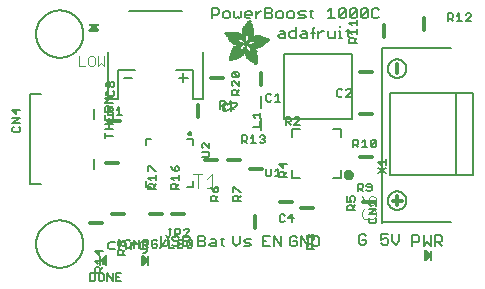
<source format=gbr>
G04 EAGLE Gerber RS-274X export*
G75*
%MOMM*%
%FSLAX34Y34*%
%LPD*%
%INSilkscreen Top*%
%IPPOS*%
%AMOC8*
5,1,8,0,0,1.08239X$1,22.5*%
G01*
%ADD10C,0.101600*%
%ADD11C,0.127000*%
%ADD12C,0.152400*%
%ADD13C,0.406400*%
%ADD14C,0.203200*%
%ADD15C,0.304800*%
%ADD16R,0.889000X0.190500*%
%ADD17R,0.190500X0.889000*%
%ADD18R,0.050800X0.006300*%
%ADD19R,0.082600X0.006400*%
%ADD20R,0.120600X0.006300*%
%ADD21R,0.139700X0.006400*%
%ADD22R,0.158800X0.006300*%
%ADD23R,0.177800X0.006400*%
%ADD24R,0.196800X0.006300*%
%ADD25R,0.215900X0.006400*%
%ADD26R,0.228600X0.006300*%
%ADD27R,0.241300X0.006400*%
%ADD28R,0.254000X0.006300*%
%ADD29R,0.266700X0.006400*%
%ADD30R,0.279400X0.006300*%
%ADD31R,0.285700X0.006400*%
%ADD32R,0.298400X0.006300*%
%ADD33R,0.311200X0.006400*%
%ADD34R,0.317500X0.006300*%
%ADD35R,0.330200X0.006400*%
%ADD36R,0.336600X0.006300*%
%ADD37R,0.349200X0.006400*%
%ADD38R,0.361900X0.006300*%
%ADD39R,0.368300X0.006400*%
%ADD40R,0.381000X0.006300*%
%ADD41R,0.387300X0.006400*%
%ADD42R,0.393700X0.006300*%
%ADD43R,0.406400X0.006400*%
%ADD44R,0.412700X0.006300*%
%ADD45R,0.419100X0.006400*%
%ADD46R,0.431800X0.006300*%
%ADD47R,0.438100X0.006400*%
%ADD48R,0.450800X0.006300*%
%ADD49R,0.457200X0.006400*%
%ADD50R,0.463500X0.006300*%
%ADD51R,0.476200X0.006400*%
%ADD52R,0.482600X0.006300*%
%ADD53R,0.488900X0.006400*%
%ADD54R,0.501600X0.006300*%
%ADD55R,0.508000X0.006400*%
%ADD56R,0.514300X0.006300*%
%ADD57R,0.527000X0.006400*%
%ADD58R,0.533400X0.006300*%
%ADD59R,0.546100X0.006400*%
%ADD60R,0.552400X0.006300*%
%ADD61R,0.558800X0.006400*%
%ADD62R,0.571500X0.006300*%
%ADD63R,0.577800X0.006400*%
%ADD64R,0.584200X0.006300*%
%ADD65R,0.596900X0.006400*%
%ADD66R,0.603200X0.006300*%
%ADD67R,0.609600X0.006400*%
%ADD68R,0.622300X0.006300*%
%ADD69R,0.628600X0.006400*%
%ADD70R,0.641300X0.006300*%
%ADD71R,0.647700X0.006400*%
%ADD72R,0.063500X0.006300*%
%ADD73R,0.654000X0.006300*%
%ADD74R,0.101600X0.006400*%
%ADD75R,0.666700X0.006400*%
%ADD76R,0.139700X0.006300*%
%ADD77R,0.673100X0.006300*%
%ADD78R,0.165100X0.006400*%
%ADD79R,0.679400X0.006400*%
%ADD80R,0.196900X0.006300*%
%ADD81R,0.692100X0.006300*%
%ADD82R,0.222200X0.006400*%
%ADD83R,0.698500X0.006400*%
%ADD84R,0.247700X0.006300*%
%ADD85R,0.704800X0.006300*%
%ADD86R,0.279400X0.006400*%
%ADD87R,0.717500X0.006400*%
%ADD88R,0.298500X0.006300*%
%ADD89R,0.723900X0.006300*%
%ADD90R,0.736600X0.006400*%
%ADD91R,0.342900X0.006300*%
%ADD92R,0.742900X0.006300*%
%ADD93R,0.374700X0.006400*%
%ADD94R,0.749300X0.006400*%
%ADD95R,0.762000X0.006300*%
%ADD96R,0.412700X0.006400*%
%ADD97R,0.768300X0.006400*%
%ADD98R,0.438100X0.006300*%
%ADD99R,0.774700X0.006300*%
%ADD100R,0.463600X0.006400*%
%ADD101R,0.787400X0.006400*%
%ADD102R,0.793700X0.006300*%
%ADD103R,0.495300X0.006400*%
%ADD104R,0.800100X0.006400*%
%ADD105R,0.520700X0.006300*%
%ADD106R,0.812800X0.006300*%
%ADD107R,0.533400X0.006400*%
%ADD108R,0.819100X0.006400*%
%ADD109R,0.558800X0.006300*%
%ADD110R,0.825500X0.006300*%
%ADD111R,0.577900X0.006400*%
%ADD112R,0.831800X0.006400*%
%ADD113R,0.596900X0.006300*%
%ADD114R,0.844500X0.006300*%
%ADD115R,0.616000X0.006400*%
%ADD116R,0.850900X0.006400*%
%ADD117R,0.635000X0.006300*%
%ADD118R,0.857200X0.006300*%
%ADD119R,0.654100X0.006400*%
%ADD120R,0.863600X0.006400*%
%ADD121R,0.666700X0.006300*%
%ADD122R,0.869900X0.006300*%
%ADD123R,0.685800X0.006400*%
%ADD124R,0.876300X0.006400*%
%ADD125R,0.882600X0.006300*%
%ADD126R,0.723900X0.006400*%
%ADD127R,0.889000X0.006400*%
%ADD128R,0.895300X0.006300*%
%ADD129R,0.755700X0.006400*%
%ADD130R,0.901700X0.006400*%
%ADD131R,0.908000X0.006300*%
%ADD132R,0.793800X0.006400*%
%ADD133R,0.914400X0.006400*%
%ADD134R,0.806400X0.006300*%
%ADD135R,0.920700X0.006300*%
%ADD136R,0.825500X0.006400*%
%ADD137R,0.927100X0.006400*%
%ADD138R,0.933400X0.006300*%
%ADD139R,0.857300X0.006400*%
%ADD140R,0.939800X0.006400*%
%ADD141R,0.870000X0.006300*%
%ADD142R,0.939800X0.006300*%
%ADD143R,0.946100X0.006400*%
%ADD144R,0.952500X0.006300*%
%ADD145R,0.908000X0.006400*%
%ADD146R,0.958800X0.006400*%
%ADD147R,0.965200X0.006300*%
%ADD148R,0.965200X0.006400*%
%ADD149R,0.971500X0.006300*%
%ADD150R,0.952500X0.006400*%
%ADD151R,0.977900X0.006400*%
%ADD152R,0.958800X0.006300*%
%ADD153R,0.984200X0.006300*%
%ADD154R,0.971500X0.006400*%
%ADD155R,0.984200X0.006400*%
%ADD156R,0.990600X0.006300*%
%ADD157R,0.984300X0.006400*%
%ADD158R,0.996900X0.006400*%
%ADD159R,0.997000X0.006300*%
%ADD160R,0.996900X0.006300*%
%ADD161R,1.003300X0.006400*%
%ADD162R,1.016000X0.006300*%
%ADD163R,1.009600X0.006300*%
%ADD164R,1.016000X0.006400*%
%ADD165R,1.009600X0.006400*%
%ADD166R,1.022300X0.006300*%
%ADD167R,1.028700X0.006400*%
%ADD168R,1.035100X0.006300*%
%ADD169R,1.047800X0.006400*%
%ADD170R,1.054100X0.006300*%
%ADD171R,1.028700X0.006300*%
%ADD172R,1.054100X0.006400*%
%ADD173R,1.035000X0.006400*%
%ADD174R,1.060400X0.006300*%
%ADD175R,1.035000X0.006300*%
%ADD176R,1.060500X0.006400*%
%ADD177R,1.041400X0.006400*%
%ADD178R,1.066800X0.006300*%
%ADD179R,1.041400X0.006300*%
%ADD180R,1.079500X0.006400*%
%ADD181R,1.047700X0.006400*%
%ADD182R,1.085900X0.006300*%
%ADD183R,1.047700X0.006300*%
%ADD184R,1.085800X0.006400*%
%ADD185R,1.092200X0.006300*%
%ADD186R,1.085900X0.006400*%
%ADD187R,1.098600X0.006300*%
%ADD188R,1.098600X0.006400*%
%ADD189R,1.060400X0.006400*%
%ADD190R,1.104900X0.006300*%
%ADD191R,1.104900X0.006400*%
%ADD192R,1.066800X0.006400*%
%ADD193R,1.111200X0.006300*%
%ADD194R,1.117600X0.006400*%
%ADD195R,1.117600X0.006300*%
%ADD196R,1.073100X0.006300*%
%ADD197R,1.073100X0.006400*%
%ADD198R,1.124000X0.006300*%
%ADD199R,1.079500X0.006300*%
%ADD200R,1.123900X0.006400*%
%ADD201R,1.130300X0.006300*%
%ADD202R,1.130300X0.006400*%
%ADD203R,1.136700X0.006400*%
%ADD204R,1.136700X0.006300*%
%ADD205R,1.085800X0.006300*%
%ADD206R,1.136600X0.006400*%
%ADD207R,1.136600X0.006300*%
%ADD208R,1.143000X0.006400*%
%ADD209R,1.143000X0.006300*%
%ADD210R,1.149400X0.006300*%
%ADD211R,1.149300X0.006300*%
%ADD212R,1.149300X0.006400*%
%ADD213R,1.149400X0.006400*%
%ADD214R,1.155700X0.006400*%
%ADD215R,1.155700X0.006300*%
%ADD216R,1.060500X0.006300*%
%ADD217R,2.197100X0.006400*%
%ADD218R,2.197100X0.006300*%
%ADD219R,2.184400X0.006300*%
%ADD220R,2.184400X0.006400*%
%ADD221R,2.171700X0.006400*%
%ADD222R,2.171700X0.006300*%
%ADD223R,1.530300X0.006400*%
%ADD224R,1.505000X0.006300*%
%ADD225R,1.492300X0.006400*%
%ADD226R,1.485900X0.006300*%
%ADD227R,0.565200X0.006300*%
%ADD228R,1.473200X0.006400*%
%ADD229R,0.565200X0.006400*%
%ADD230R,1.460500X0.006300*%
%ADD231R,1.454100X0.006400*%
%ADD232R,0.552400X0.006400*%
%ADD233R,1.441500X0.006300*%
%ADD234R,0.546100X0.006300*%
%ADD235R,1.435100X0.006400*%
%ADD236R,0.539800X0.006400*%
%ADD237R,1.428800X0.006300*%
%ADD238R,1.422400X0.006400*%
%ADD239R,1.409700X0.006300*%
%ADD240R,0.527100X0.006300*%
%ADD241R,1.403300X0.006400*%
%ADD242R,0.527100X0.006400*%
%ADD243R,1.390700X0.006300*%
%ADD244R,1.384300X0.006400*%
%ADD245R,0.520700X0.006400*%
%ADD246R,1.384300X0.006300*%
%ADD247R,0.514400X0.006300*%
%ADD248R,1.371600X0.006400*%
%ADD249R,1.365200X0.006300*%
%ADD250R,0.508000X0.006300*%
%ADD251R,1.352600X0.006400*%
%ADD252R,0.501700X0.006400*%
%ADD253R,0.711200X0.006300*%
%ADD254R,0.603300X0.006300*%
%ADD255R,0.501700X0.006300*%
%ADD256R,0.692100X0.006400*%
%ADD257R,0.571500X0.006400*%
%ADD258R,0.679400X0.006300*%
%ADD259R,0.495300X0.006300*%
%ADD260R,0.673100X0.006400*%
%ADD261R,0.666800X0.006300*%
%ADD262R,0.488900X0.006300*%
%ADD263R,0.660400X0.006400*%
%ADD264R,0.482600X0.006400*%
%ADD265R,0.476200X0.006300*%
%ADD266R,0.654000X0.006400*%
%ADD267R,0.469900X0.006400*%
%ADD268R,0.476300X0.006400*%
%ADD269R,0.647700X0.006300*%
%ADD270R,0.457200X0.006300*%
%ADD271R,0.469900X0.006300*%
%ADD272R,0.641300X0.006400*%
%ADD273R,0.444500X0.006400*%
%ADD274R,0.463600X0.006300*%
%ADD275R,0.635000X0.006400*%
%ADD276R,0.463500X0.006400*%
%ADD277R,0.393700X0.006400*%
%ADD278R,0.450800X0.006400*%
%ADD279R,0.628600X0.006300*%
%ADD280R,0.387400X0.006300*%
%ADD281R,0.450900X0.006300*%
%ADD282R,0.628700X0.006400*%
%ADD283R,0.374600X0.006400*%
%ADD284R,0.368300X0.006300*%
%ADD285R,0.438200X0.006300*%
%ADD286R,0.622300X0.006400*%
%ADD287R,0.355600X0.006400*%
%ADD288R,0.431800X0.006400*%
%ADD289R,0.349300X0.006300*%
%ADD290R,0.425400X0.006300*%
%ADD291R,0.615900X0.006300*%
%ADD292R,0.330200X0.006300*%
%ADD293R,0.419100X0.006300*%
%ADD294R,0.616000X0.006300*%
%ADD295R,0.311200X0.006300*%
%ADD296R,0.406400X0.006300*%
%ADD297R,0.615900X0.006400*%
%ADD298R,0.304800X0.006400*%
%ADD299R,0.158800X0.006400*%
%ADD300R,0.609600X0.006300*%
%ADD301R,0.292100X0.006300*%
%ADD302R,0.235000X0.006300*%
%ADD303R,0.387400X0.006400*%
%ADD304R,0.292100X0.006400*%
%ADD305R,0.336500X0.006300*%
%ADD306R,0.260400X0.006300*%
%ADD307R,0.603300X0.006400*%
%ADD308R,0.260400X0.006400*%
%ADD309R,0.362000X0.006400*%
%ADD310R,0.450900X0.006400*%
%ADD311R,0.355600X0.006300*%
%ADD312R,0.342900X0.006400*%
%ADD313R,0.514300X0.006400*%
%ADD314R,0.234900X0.006300*%
%ADD315R,0.539700X0.006300*%
%ADD316R,0.603200X0.006400*%
%ADD317R,0.234900X0.006400*%
%ADD318R,0.920700X0.006400*%
%ADD319R,0.958900X0.006400*%
%ADD320R,0.215900X0.006300*%
%ADD321R,0.209600X0.006400*%
%ADD322R,0.203200X0.006300*%
%ADD323R,1.003300X0.006300*%
%ADD324R,0.203200X0.006400*%
%ADD325R,0.196900X0.006400*%
%ADD326R,0.190500X0.006300*%
%ADD327R,0.190500X0.006400*%
%ADD328R,0.184200X0.006300*%
%ADD329R,0.590500X0.006400*%
%ADD330R,0.184200X0.006400*%
%ADD331R,0.590500X0.006300*%
%ADD332R,0.177800X0.006300*%
%ADD333R,0.584200X0.006400*%
%ADD334R,1.168400X0.006400*%
%ADD335R,0.171500X0.006300*%
%ADD336R,1.187500X0.006300*%
%ADD337R,1.200100X0.006400*%
%ADD338R,0.577800X0.006300*%
%ADD339R,1.212900X0.006300*%
%ADD340R,1.231900X0.006400*%
%ADD341R,1.250900X0.006300*%
%ADD342R,0.565100X0.006400*%
%ADD343R,0.184100X0.006400*%
%ADD344R,1.263700X0.006400*%
%ADD345R,0.565100X0.006300*%
%ADD346R,1.289100X0.006300*%
%ADD347R,1.314400X0.006400*%
%ADD348R,0.552500X0.006300*%
%ADD349R,1.568500X0.006300*%
%ADD350R,0.552500X0.006400*%
%ADD351R,1.581200X0.006400*%
%ADD352R,1.593800X0.006300*%
%ADD353R,1.606500X0.006400*%
%ADD354R,1.619300X0.006300*%
%ADD355R,0.514400X0.006400*%
%ADD356R,1.638300X0.006400*%
%ADD357R,1.657300X0.006300*%
%ADD358R,2.209800X0.006400*%
%ADD359R,2.425700X0.006300*%
%ADD360R,2.470100X0.006400*%
%ADD361R,2.501900X0.006300*%
%ADD362R,2.533700X0.006400*%
%ADD363R,2.559000X0.006300*%
%ADD364R,2.584500X0.006400*%
%ADD365R,2.609900X0.006300*%
%ADD366R,2.628900X0.006400*%
%ADD367R,2.660600X0.006300*%
%ADD368R,2.673400X0.006400*%
%ADD369R,1.422400X0.006300*%
%ADD370R,1.200200X0.006300*%
%ADD371R,1.365300X0.006300*%
%ADD372R,1.365300X0.006400*%
%ADD373R,1.352500X0.006300*%
%ADD374R,1.098500X0.006300*%
%ADD375R,1.358900X0.006400*%
%ADD376R,1.352600X0.006300*%
%ADD377R,1.358900X0.006300*%
%ADD378R,1.371600X0.006300*%
%ADD379R,1.377900X0.006400*%
%ADD380R,1.397000X0.006400*%
%ADD381R,1.403300X0.006300*%
%ADD382R,0.914400X0.006300*%
%ADD383R,0.876300X0.006300*%
%ADD384R,0.374600X0.006300*%
%ADD385R,1.073200X0.006400*%
%ADD386R,0.374700X0.006300*%
%ADD387R,0.844600X0.006400*%
%ADD388R,0.844600X0.006300*%
%ADD389R,0.831900X0.006400*%
%ADD390R,1.092200X0.006400*%
%ADD391R,0.400000X0.006300*%
%ADD392R,0.819200X0.006400*%
%ADD393R,1.111300X0.006400*%
%ADD394R,0.812800X0.006400*%
%ADD395R,0.800100X0.006300*%
%ADD396R,0.476300X0.006300*%
%ADD397R,1.181100X0.006300*%
%ADD398R,0.501600X0.006400*%
%ADD399R,1.193800X0.006400*%
%ADD400R,0.781000X0.006400*%
%ADD401R,1.238200X0.006400*%
%ADD402R,0.781100X0.006300*%
%ADD403R,1.257300X0.006300*%
%ADD404R,1.295400X0.006400*%
%ADD405R,1.333500X0.006300*%
%ADD406R,0.774700X0.006400*%
%ADD407R,1.866900X0.006400*%
%ADD408R,0.209600X0.006300*%
%ADD409R,1.866900X0.006300*%
%ADD410R,0.768400X0.006400*%
%ADD411R,0.209500X0.006400*%
%ADD412R,1.860600X0.006400*%
%ADD413R,0.762000X0.006400*%
%ADD414R,0.768400X0.006300*%
%ADD415R,1.860600X0.006300*%
%ADD416R,1.860500X0.006400*%
%ADD417R,0.222300X0.006300*%
%ADD418R,1.854200X0.006300*%
%ADD419R,0.235000X0.006400*%
%ADD420R,1.854200X0.006400*%
%ADD421R,0.768300X0.006300*%
%ADD422R,0.260300X0.006400*%
%ADD423R,1.847800X0.006400*%
%ADD424R,0.266700X0.006300*%
%ADD425R,1.847800X0.006300*%
%ADD426R,0.273100X0.006400*%
%ADD427R,1.841500X0.006400*%
%ADD428R,0.285800X0.006300*%
%ADD429R,1.841500X0.006300*%
%ADD430R,0.298500X0.006400*%
%ADD431R,1.835100X0.006400*%
%ADD432R,0.781000X0.006300*%
%ADD433R,0.304800X0.006300*%
%ADD434R,1.835100X0.006300*%
%ADD435R,0.317500X0.006400*%
%ADD436R,1.828800X0.006400*%
%ADD437R,0.787400X0.006300*%
%ADD438R,0.323800X0.006300*%
%ADD439R,1.828800X0.006300*%
%ADD440R,0.793700X0.006400*%
%ADD441R,1.822400X0.006400*%
%ADD442R,0.806500X0.006300*%
%ADD443R,1.822400X0.006300*%
%ADD444R,1.816100X0.006400*%
%ADD445R,0.819100X0.006300*%
%ADD446R,0.387300X0.006300*%
%ADD447R,1.816100X0.006300*%
%ADD448R,1.809800X0.006400*%
%ADD449R,1.803400X0.006300*%
%ADD450R,1.797000X0.006400*%
%ADD451R,0.901700X0.006300*%
%ADD452R,1.797000X0.006300*%
%ADD453R,1.441400X0.006400*%
%ADD454R,1.790700X0.006400*%
%ADD455R,1.447800X0.006300*%
%ADD456R,1.784300X0.006300*%
%ADD457R,1.447800X0.006400*%
%ADD458R,1.784300X0.006400*%
%ADD459R,1.454100X0.006300*%
%ADD460R,1.771700X0.006300*%
%ADD461R,1.460500X0.006400*%
%ADD462R,1.759000X0.006400*%
%ADD463R,1.466800X0.006300*%
%ADD464R,1.752600X0.006300*%
%ADD465R,1.466800X0.006400*%
%ADD466R,1.739900X0.006400*%
%ADD467R,1.473200X0.006300*%
%ADD468R,1.727200X0.006300*%
%ADD469R,1.479500X0.006400*%
%ADD470R,1.714500X0.006400*%
%ADD471R,1.695400X0.006300*%
%ADD472R,1.485900X0.006400*%
%ADD473R,1.682700X0.006400*%
%ADD474R,1.492200X0.006300*%
%ADD475R,1.663700X0.006300*%
%ADD476R,1.498600X0.006400*%
%ADD477R,1.644600X0.006400*%
%ADD478R,1.498600X0.006300*%
%ADD479R,1.619200X0.006300*%
%ADD480R,1.511300X0.006400*%
%ADD481R,1.600200X0.006400*%
%ADD482R,1.517700X0.006300*%
%ADD483R,1.574800X0.006300*%
%ADD484R,1.524000X0.006400*%
%ADD485R,1.555800X0.006400*%
%ADD486R,1.524000X0.006300*%
%ADD487R,1.536700X0.006300*%
%ADD488R,1.530400X0.006400*%
%ADD489R,1.517700X0.006400*%
%ADD490R,1.492300X0.006300*%
%ADD491R,1.549400X0.006400*%
%ADD492R,1.479600X0.006400*%
%ADD493R,1.549400X0.006300*%
%ADD494R,1.555700X0.006400*%
%ADD495R,1.562100X0.006300*%
%ADD496R,0.323900X0.006300*%
%ADD497R,1.568400X0.006400*%
%ADD498R,0.336600X0.006400*%
%ADD499R,1.587500X0.006300*%
%ADD500R,0.971600X0.006300*%
%ADD501R,0.349300X0.006400*%
%ADD502R,1.600200X0.006300*%
%ADD503R,0.920800X0.006300*%
%ADD504R,0.882700X0.006400*%
%ADD505R,1.612900X0.006300*%
%ADD506R,0.362000X0.006300*%
%ADD507R,1.625600X0.006400*%
%ADD508R,1.625600X0.006300*%
%ADD509R,1.644600X0.006300*%
%ADD510R,0.736600X0.006300*%
%ADD511R,0.717600X0.006400*%
%ADD512R,1.657400X0.006300*%
%ADD513R,0.679500X0.006300*%
%ADD514R,1.663700X0.006400*%
%ADD515R,0.400000X0.006400*%
%ADD516R,1.676400X0.006300*%
%ADD517R,1.676400X0.006400*%
%ADD518R,0.425500X0.006400*%
%ADD519R,1.352500X0.006400*%
%ADD520R,0.444500X0.006300*%
%ADD521R,0.361900X0.006400*%
%ADD522R,0.088900X0.006300*%
%ADD523R,1.009700X0.006300*%
%ADD524R,1.009700X0.006400*%
%ADD525R,1.022300X0.006400*%
%ADD526R,1.346200X0.006400*%
%ADD527R,1.346200X0.006300*%
%ADD528R,1.339900X0.006400*%
%ADD529R,1.035100X0.006400*%
%ADD530R,1.339800X0.006300*%
%ADD531R,1.333500X0.006400*%
%ADD532R,1.327200X0.006400*%
%ADD533R,1.320800X0.006300*%
%ADD534R,1.314500X0.006400*%
%ADD535R,1.314400X0.006300*%
%ADD536R,1.301700X0.006400*%
%ADD537R,1.295400X0.006300*%
%ADD538R,1.289000X0.006400*%
%ADD539R,1.276300X0.006300*%
%ADD540R,1.251000X0.006300*%
%ADD541R,1.244600X0.006400*%
%ADD542R,1.231900X0.006300*%
%ADD543R,1.212800X0.006400*%
%ADD544R,1.200100X0.006300*%
%ADD545R,1.187400X0.006400*%
%ADD546R,1.168400X0.006300*%
%ADD547R,1.047800X0.006300*%
%ADD548R,0.977900X0.006300*%
%ADD549R,0.946200X0.006400*%
%ADD550R,0.933400X0.006400*%
%ADD551R,0.895300X0.006400*%
%ADD552R,0.882700X0.006300*%
%ADD553R,0.863600X0.006300*%
%ADD554R,0.857200X0.006400*%
%ADD555R,0.850900X0.006300*%
%ADD556R,0.838200X0.006300*%
%ADD557R,0.806500X0.006400*%
%ADD558R,0.717600X0.006300*%
%ADD559R,0.711200X0.006400*%
%ADD560R,0.641400X0.006400*%
%ADD561R,0.641400X0.006300*%
%ADD562R,0.628700X0.006300*%
%ADD563R,0.590600X0.006300*%
%ADD564R,0.539700X0.006400*%
%ADD565R,0.285700X0.006300*%
%ADD566R,0.222200X0.006300*%
%ADD567R,0.171400X0.006300*%
%ADD568R,0.152400X0.006400*%
%ADD569R,0.133400X0.006300*%

G36*
X334747Y10994D02*
X334747Y10994D01*
X334765Y10992D01*
X334867Y11020D01*
X334970Y11042D01*
X334985Y11051D01*
X335002Y11056D01*
X335147Y11141D01*
X340227Y14951D01*
X340230Y14954D01*
X340234Y14956D01*
X340315Y15043D01*
X340397Y15128D01*
X340399Y15132D01*
X340402Y15135D01*
X340452Y15244D01*
X340502Y15351D01*
X340502Y15355D01*
X340504Y15359D01*
X340517Y15477D01*
X340530Y15595D01*
X340530Y15599D01*
X340530Y15604D01*
X340504Y15720D01*
X340480Y15836D01*
X340477Y15840D01*
X340476Y15844D01*
X340415Y15946D01*
X340355Y16048D01*
X340351Y16051D01*
X340349Y16054D01*
X340227Y16169D01*
X335147Y19979D01*
X335131Y19987D01*
X335118Y20000D01*
X335103Y20007D01*
X335095Y20013D01*
X335045Y20033D01*
X335022Y20044D01*
X334929Y20093D01*
X334911Y20096D01*
X334895Y20103D01*
X334790Y20115D01*
X334686Y20131D01*
X334668Y20128D01*
X334651Y20130D01*
X334548Y20108D01*
X334443Y20090D01*
X334428Y20082D01*
X334410Y20078D01*
X334320Y20024D01*
X334227Y19974D01*
X334214Y19961D01*
X334199Y19952D01*
X334130Y19872D01*
X334058Y19795D01*
X334051Y19778D01*
X334039Y19765D01*
X334000Y19667D01*
X333956Y19571D01*
X333954Y19553D01*
X333947Y19537D01*
X333929Y19370D01*
X333929Y11750D01*
X333932Y11732D01*
X333930Y11715D01*
X333951Y11611D01*
X333969Y11507D01*
X333977Y11492D01*
X333981Y11474D01*
X334034Y11383D01*
X334084Y11290D01*
X334096Y11278D01*
X334106Y11262D01*
X334185Y11193D01*
X334262Y11121D01*
X334278Y11113D01*
X334292Y11101D01*
X334389Y11061D01*
X334485Y11017D01*
X334503Y11015D01*
X334519Y11008D01*
X334625Y11001D01*
X334729Y10990D01*
X334747Y10994D01*
G37*
G36*
X95307Y6864D02*
X95307Y6864D01*
X95325Y6862D01*
X95427Y6890D01*
X95530Y6912D01*
X95545Y6921D01*
X95562Y6926D01*
X95707Y7011D01*
X100787Y10821D01*
X100790Y10824D01*
X100794Y10826D01*
X100875Y10913D01*
X100957Y10998D01*
X100959Y11002D01*
X100962Y11005D01*
X101012Y11114D01*
X101062Y11221D01*
X101062Y11225D01*
X101064Y11229D01*
X101077Y11347D01*
X101090Y11465D01*
X101090Y11469D01*
X101090Y11474D01*
X101064Y11590D01*
X101040Y11706D01*
X101037Y11710D01*
X101036Y11714D01*
X100975Y11816D01*
X100915Y11918D01*
X100911Y11921D01*
X100909Y11924D01*
X100787Y12039D01*
X95707Y15849D01*
X95691Y15857D01*
X95678Y15870D01*
X95663Y15877D01*
X95655Y15883D01*
X95605Y15903D01*
X95582Y15914D01*
X95489Y15963D01*
X95471Y15966D01*
X95455Y15973D01*
X95350Y15985D01*
X95246Y16001D01*
X95228Y15998D01*
X95211Y16000D01*
X95108Y15978D01*
X95003Y15960D01*
X94988Y15952D01*
X94970Y15948D01*
X94880Y15894D01*
X94787Y15844D01*
X94774Y15831D01*
X94759Y15822D01*
X94690Y15742D01*
X94618Y15665D01*
X94611Y15648D01*
X94599Y15635D01*
X94560Y15537D01*
X94516Y15441D01*
X94514Y15423D01*
X94507Y15407D01*
X94489Y15240D01*
X94489Y7620D01*
X94492Y7602D01*
X94490Y7585D01*
X94511Y7481D01*
X94529Y7377D01*
X94537Y7362D01*
X94541Y7344D01*
X94594Y7253D01*
X94644Y7160D01*
X94656Y7148D01*
X94666Y7132D01*
X94745Y7063D01*
X94822Y6991D01*
X94838Y6983D01*
X94852Y6971D01*
X94949Y6931D01*
X95045Y6887D01*
X95063Y6885D01*
X95079Y6878D01*
X95185Y6871D01*
X95289Y6860D01*
X95307Y6864D01*
G37*
G36*
X64792Y6862D02*
X64792Y6862D01*
X64809Y6860D01*
X64912Y6882D01*
X65017Y6900D01*
X65032Y6908D01*
X65050Y6912D01*
X65140Y6966D01*
X65234Y7016D01*
X65246Y7029D01*
X65261Y7038D01*
X65330Y7118D01*
X65402Y7195D01*
X65409Y7212D01*
X65421Y7225D01*
X65460Y7323D01*
X65504Y7419D01*
X65506Y7437D01*
X65513Y7453D01*
X65531Y7620D01*
X65531Y15240D01*
X65529Y15257D01*
X65530Y15272D01*
X65530Y15275D01*
X65509Y15379D01*
X65492Y15483D01*
X65483Y15498D01*
X65480Y15516D01*
X65426Y15607D01*
X65376Y15700D01*
X65364Y15712D01*
X65355Y15728D01*
X65275Y15797D01*
X65198Y15870D01*
X65182Y15877D01*
X65168Y15889D01*
X65071Y15929D01*
X64975Y15973D01*
X64957Y15975D01*
X64941Y15982D01*
X64835Y15989D01*
X64731Y16000D01*
X64713Y15996D01*
X64695Y15998D01*
X64593Y15970D01*
X64520Y15954D01*
X64517Y15954D01*
X64490Y15948D01*
X64475Y15939D01*
X64458Y15934D01*
X64313Y15849D01*
X59233Y12039D01*
X59230Y12036D01*
X59227Y12034D01*
X59145Y11947D01*
X59063Y11862D01*
X59061Y11858D01*
X59058Y11855D01*
X59008Y11746D01*
X58958Y11639D01*
X58958Y11635D01*
X58956Y11631D01*
X58943Y11513D01*
X58930Y11395D01*
X58930Y11391D01*
X58930Y11386D01*
X58956Y11270D01*
X58981Y11154D01*
X58983Y11150D01*
X58984Y11146D01*
X59045Y11044D01*
X59106Y10942D01*
X59109Y10939D01*
X59111Y10936D01*
X59233Y10821D01*
X64313Y7011D01*
X64329Y7003D01*
X64342Y6991D01*
X64438Y6946D01*
X64531Y6897D01*
X64549Y6894D01*
X64565Y6887D01*
X64670Y6875D01*
X64774Y6859D01*
X64792Y6862D01*
G37*
G36*
X58118Y205312D02*
X58118Y205312D01*
X58135Y205310D01*
X58239Y205331D01*
X58343Y205349D01*
X58358Y205357D01*
X58376Y205361D01*
X58467Y205414D01*
X58560Y205464D01*
X58572Y205476D01*
X58588Y205486D01*
X58657Y205565D01*
X58730Y205642D01*
X58737Y205658D01*
X58749Y205672D01*
X58789Y205769D01*
X58833Y205865D01*
X58835Y205883D01*
X58842Y205899D01*
X58849Y206005D01*
X58860Y206109D01*
X58856Y206127D01*
X58858Y206145D01*
X58830Y206247D01*
X58808Y206350D01*
X58799Y206365D01*
X58794Y206382D01*
X58709Y206527D01*
X54899Y211607D01*
X54896Y211610D01*
X54894Y211614D01*
X54807Y211695D01*
X54722Y211777D01*
X54718Y211779D01*
X54715Y211782D01*
X54606Y211832D01*
X54499Y211882D01*
X54495Y211882D01*
X54491Y211884D01*
X54373Y211897D01*
X54255Y211910D01*
X54251Y211910D01*
X54246Y211910D01*
X54130Y211884D01*
X54014Y211860D01*
X54010Y211857D01*
X54006Y211856D01*
X53904Y211795D01*
X53802Y211735D01*
X53799Y211731D01*
X53796Y211729D01*
X53681Y211607D01*
X49871Y206527D01*
X49863Y206511D01*
X49851Y206498D01*
X49806Y206402D01*
X49757Y206309D01*
X49754Y206291D01*
X49747Y206275D01*
X49735Y206170D01*
X49719Y206066D01*
X49722Y206048D01*
X49720Y206031D01*
X49742Y205928D01*
X49760Y205823D01*
X49768Y205808D01*
X49772Y205790D01*
X49826Y205700D01*
X49876Y205607D01*
X49889Y205594D01*
X49898Y205579D01*
X49978Y205510D01*
X50055Y205438D01*
X50072Y205431D01*
X50085Y205419D01*
X50183Y205380D01*
X50279Y205336D01*
X50297Y205334D01*
X50313Y205327D01*
X50480Y205309D01*
X58100Y205309D01*
X58118Y205312D01*
G37*
D10*
X41569Y184284D02*
X41569Y176403D01*
X46823Y176403D01*
X51069Y184284D02*
X53695Y184284D01*
X51069Y184284D02*
X49755Y182970D01*
X49755Y177716D01*
X51069Y176403D01*
X53695Y176403D01*
X55009Y177716D01*
X55009Y182970D01*
X53695Y184284D01*
X57941Y184284D02*
X57941Y176403D01*
X60568Y179030D01*
X63195Y176403D01*
X63195Y184284D01*
D11*
X324102Y32763D02*
X324102Y23865D01*
X324102Y32763D02*
X328551Y32763D01*
X330034Y31280D01*
X330034Y28314D01*
X328551Y26831D01*
X324102Y26831D01*
X333457Y23865D02*
X333457Y32763D01*
X336423Y26831D02*
X333457Y23865D01*
X336423Y26831D02*
X339389Y23865D01*
X339389Y32763D01*
X342813Y32763D02*
X342813Y23865D01*
X342813Y32763D02*
X347261Y32763D01*
X348744Y31280D01*
X348744Y28314D01*
X347261Y26831D01*
X342813Y26831D01*
X345778Y26831D02*
X348744Y23865D01*
X226277Y30910D02*
X224794Y32393D01*
X221828Y32393D01*
X220345Y30910D01*
X220345Y24978D01*
X221828Y23495D01*
X224794Y23495D01*
X226277Y24978D01*
X226277Y27944D01*
X223311Y27944D01*
X229700Y23495D02*
X229700Y32393D01*
X235632Y23495D01*
X235632Y32393D01*
X239055Y32393D02*
X239055Y23495D01*
X243504Y23495D01*
X244987Y24978D01*
X244987Y30910D01*
X243504Y32393D01*
X239055Y32393D01*
X203417Y32393D02*
X197485Y32393D01*
X197485Y23495D01*
X203417Y23495D01*
X200451Y27944D02*
X197485Y27944D01*
X206840Y23495D02*
X206840Y32393D01*
X212772Y23495D01*
X212772Y32393D01*
X154305Y216535D02*
X154305Y225433D01*
X158754Y225433D01*
X160237Y223950D01*
X160237Y220984D01*
X158754Y219501D01*
X154305Y219501D01*
X165143Y216535D02*
X168109Y216535D01*
X169592Y218018D01*
X169592Y220984D01*
X168109Y222467D01*
X165143Y222467D01*
X163660Y220984D01*
X163660Y218018D01*
X165143Y216535D01*
X173015Y218018D02*
X173015Y222467D01*
X173015Y218018D02*
X174498Y216535D01*
X175981Y218018D01*
X177464Y216535D01*
X178947Y218018D01*
X178947Y222467D01*
X183853Y216535D02*
X186819Y216535D01*
X183853Y216535D02*
X182371Y218018D01*
X182371Y220984D01*
X183853Y222467D01*
X186819Y222467D01*
X188302Y220984D01*
X188302Y219501D01*
X182371Y219501D01*
X191726Y216535D02*
X191726Y222467D01*
X191726Y219501D02*
X194692Y222467D01*
X196175Y222467D01*
X199522Y225433D02*
X199522Y216535D01*
X199522Y225433D02*
X203971Y225433D01*
X205453Y223950D01*
X205453Y222467D01*
X203971Y220984D01*
X205453Y219501D01*
X205453Y218018D01*
X203971Y216535D01*
X199522Y216535D01*
X199522Y220984D02*
X203971Y220984D01*
X210360Y216535D02*
X213326Y216535D01*
X214809Y218018D01*
X214809Y220984D01*
X213326Y222467D01*
X210360Y222467D01*
X208877Y220984D01*
X208877Y218018D01*
X210360Y216535D01*
X219715Y216535D02*
X222681Y216535D01*
X224164Y218018D01*
X224164Y220984D01*
X222681Y222467D01*
X219715Y222467D01*
X218232Y220984D01*
X218232Y218018D01*
X219715Y216535D01*
X227587Y216535D02*
X232036Y216535D01*
X233519Y218018D01*
X232036Y219501D01*
X229070Y219501D01*
X227587Y220984D01*
X229070Y222467D01*
X233519Y222467D01*
X238425Y223950D02*
X238425Y218018D01*
X239908Y216535D01*
X239908Y222467D02*
X236942Y222467D01*
X252534Y222467D02*
X255500Y225433D01*
X255500Y216535D01*
X252534Y216535D02*
X258466Y216535D01*
X261890Y218018D02*
X261890Y223950D01*
X263373Y225433D01*
X266338Y225433D01*
X267821Y223950D01*
X267821Y218018D01*
X266338Y216535D01*
X263373Y216535D01*
X261890Y218018D01*
X267821Y223950D01*
X271245Y223950D02*
X271245Y218018D01*
X271245Y223950D02*
X272728Y225433D01*
X275694Y225433D01*
X277177Y223950D01*
X277177Y218018D01*
X275694Y216535D01*
X272728Y216535D01*
X271245Y218018D01*
X277177Y223950D01*
X280600Y223950D02*
X280600Y218018D01*
X280600Y223950D02*
X282083Y225433D01*
X285049Y225433D01*
X286532Y223950D01*
X286532Y218018D01*
X285049Y216535D01*
X282083Y216535D01*
X280600Y218018D01*
X286532Y223950D01*
X294404Y225433D02*
X295887Y223950D01*
X294404Y225433D02*
X291438Y225433D01*
X289955Y223950D01*
X289955Y218018D01*
X291438Y216535D01*
X294404Y216535D01*
X295887Y218018D01*
X214634Y205957D02*
X211668Y205957D01*
X214634Y205957D02*
X216117Y204474D01*
X216117Y200025D01*
X211668Y200025D01*
X210185Y201508D01*
X211668Y202991D01*
X216117Y202991D01*
X225472Y200025D02*
X225472Y208923D01*
X225472Y200025D02*
X221023Y200025D01*
X219540Y201508D01*
X219540Y204474D01*
X221023Y205957D01*
X225472Y205957D01*
X230378Y205957D02*
X233344Y205957D01*
X234827Y204474D01*
X234827Y200025D01*
X230378Y200025D01*
X228895Y201508D01*
X230378Y202991D01*
X234827Y202991D01*
X239733Y200025D02*
X239733Y207440D01*
X241216Y208923D01*
X241216Y204474D02*
X238251Y204474D01*
X244487Y205957D02*
X244487Y200025D01*
X244487Y202991D02*
X247453Y205957D01*
X248936Y205957D01*
X252283Y205957D02*
X252283Y201508D01*
X253766Y200025D01*
X258215Y200025D01*
X258215Y205957D01*
X261639Y205957D02*
X263121Y205957D01*
X263121Y200025D01*
X261639Y200025D02*
X264604Y200025D01*
X263121Y208923D02*
X263121Y210406D01*
X269358Y207440D02*
X269358Y201508D01*
X270841Y200025D01*
X270841Y205957D02*
X267875Y205957D01*
X72607Y26887D02*
X68158Y26887D01*
X66675Y25404D01*
X66675Y22438D01*
X68158Y20955D01*
X72607Y20955D01*
X76030Y20955D02*
X76030Y29853D01*
X77513Y26887D02*
X76030Y25404D01*
X77513Y26887D02*
X80479Y26887D01*
X81962Y25404D01*
X81962Y20955D01*
X85385Y20955D02*
X85385Y26887D01*
X85385Y23921D02*
X88351Y26887D01*
X89834Y26887D01*
X96147Y17989D02*
X97630Y17989D01*
X99113Y19472D01*
X99113Y26887D01*
X94664Y26887D01*
X93181Y25404D01*
X93181Y22438D01*
X94664Y20955D01*
X99113Y20955D01*
X142875Y23495D02*
X142875Y32393D01*
X147324Y32393D01*
X148807Y30910D01*
X148807Y29427D01*
X147324Y27944D01*
X148807Y26461D01*
X148807Y24978D01*
X147324Y23495D01*
X142875Y23495D01*
X142875Y27944D02*
X147324Y27944D01*
X153713Y29427D02*
X156679Y29427D01*
X158162Y27944D01*
X158162Y23495D01*
X153713Y23495D01*
X152230Y24978D01*
X153713Y26461D01*
X158162Y26461D01*
X163068Y24978D02*
X163068Y30910D01*
X163068Y24978D02*
X164551Y23495D01*
X164551Y29427D02*
X161585Y29427D01*
X111125Y32393D02*
X111125Y24978D01*
X112608Y23495D01*
X115574Y23495D01*
X117057Y24978D01*
X117057Y32393D01*
X124929Y32393D02*
X126412Y30910D01*
X124929Y32393D02*
X121963Y32393D01*
X120480Y30910D01*
X120480Y29427D01*
X121963Y27944D01*
X124929Y27944D01*
X126412Y26461D01*
X126412Y24978D01*
X124929Y23495D01*
X121963Y23495D01*
X120480Y24978D01*
X129835Y23495D02*
X129835Y32393D01*
X134284Y32393D01*
X135767Y30910D01*
X135767Y29427D01*
X134284Y27944D01*
X135767Y26461D01*
X135767Y24978D01*
X134284Y23495D01*
X129835Y23495D01*
X129835Y27944D02*
X134284Y27944D01*
X172085Y26461D02*
X172085Y32393D01*
X172085Y26461D02*
X175051Y23495D01*
X178017Y26461D01*
X178017Y32393D01*
X181440Y23495D02*
X185889Y23495D01*
X187372Y24978D01*
X185889Y26461D01*
X182923Y26461D01*
X181440Y27944D01*
X182923Y29427D01*
X187372Y29427D01*
D12*
X133949Y166375D02*
X126492Y166375D01*
X130221Y170103D02*
X130221Y162646D01*
X86959Y166375D02*
X79502Y166375D01*
D11*
X297815Y33663D02*
X303747Y33663D01*
X297815Y33663D02*
X297815Y29214D01*
X300781Y30697D01*
X302264Y30697D01*
X303747Y29214D01*
X303747Y26248D01*
X302264Y24765D01*
X299298Y24765D01*
X297815Y26248D01*
X307170Y27731D02*
X307170Y33663D01*
X307170Y27731D02*
X310136Y24765D01*
X313102Y27731D01*
X313102Y33663D01*
X284697Y32180D02*
X283214Y33663D01*
X280248Y33663D01*
X278765Y32180D01*
X278765Y26248D01*
X280248Y24765D01*
X283214Y24765D01*
X284697Y26248D01*
X284697Y29214D01*
X281731Y29214D01*
X263710Y81060D02*
X256710Y81060D01*
X263710Y81060D02*
X263710Y88060D01*
X228710Y81060D02*
X221710Y81060D01*
X221710Y88060D01*
X263710Y116060D02*
X263710Y123060D01*
X256710Y123060D01*
X221710Y123060D02*
X221710Y116060D01*
X221710Y123060D02*
X228710Y123060D01*
D13*
X267710Y84060D02*
X267712Y84149D01*
X267718Y84238D01*
X267728Y84327D01*
X267742Y84415D01*
X267759Y84502D01*
X267781Y84588D01*
X267807Y84674D01*
X267836Y84758D01*
X267869Y84841D01*
X267905Y84922D01*
X267946Y85002D01*
X267989Y85079D01*
X268036Y85155D01*
X268087Y85228D01*
X268140Y85299D01*
X268197Y85368D01*
X268257Y85434D01*
X268320Y85498D01*
X268385Y85558D01*
X268453Y85616D01*
X268524Y85670D01*
X268597Y85721D01*
X268672Y85769D01*
X268749Y85814D01*
X268828Y85855D01*
X268909Y85892D01*
X268991Y85926D01*
X269075Y85957D01*
X269160Y85983D01*
X269246Y86006D01*
X269333Y86024D01*
X269421Y86039D01*
X269510Y86050D01*
X269599Y86057D01*
X269688Y86060D01*
X269777Y86059D01*
X269866Y86054D01*
X269954Y86045D01*
X270043Y86032D01*
X270130Y86015D01*
X270217Y85995D01*
X270303Y85970D01*
X270387Y85942D01*
X270470Y85910D01*
X270552Y85874D01*
X270632Y85835D01*
X270710Y85792D01*
X270786Y85746D01*
X270860Y85696D01*
X270932Y85643D01*
X271001Y85587D01*
X271068Y85528D01*
X271132Y85466D01*
X271193Y85402D01*
X271252Y85334D01*
X271307Y85264D01*
X271359Y85192D01*
X271408Y85117D01*
X271453Y85041D01*
X271495Y84962D01*
X271533Y84882D01*
X271568Y84800D01*
X271599Y84716D01*
X271627Y84631D01*
X271650Y84545D01*
X271670Y84458D01*
X271686Y84371D01*
X271698Y84282D01*
X271706Y84194D01*
X271710Y84105D01*
X271710Y84015D01*
X271706Y83926D01*
X271698Y83838D01*
X271686Y83749D01*
X271670Y83662D01*
X271650Y83575D01*
X271627Y83489D01*
X271599Y83404D01*
X271568Y83320D01*
X271533Y83238D01*
X271495Y83158D01*
X271453Y83079D01*
X271408Y83003D01*
X271359Y82928D01*
X271307Y82856D01*
X271252Y82786D01*
X271193Y82718D01*
X271132Y82654D01*
X271068Y82592D01*
X271001Y82533D01*
X270932Y82477D01*
X270860Y82424D01*
X270786Y82374D01*
X270710Y82328D01*
X270632Y82285D01*
X270552Y82246D01*
X270470Y82210D01*
X270387Y82178D01*
X270303Y82150D01*
X270217Y82125D01*
X270130Y82105D01*
X270043Y82088D01*
X269954Y82075D01*
X269866Y82066D01*
X269777Y82061D01*
X269688Y82060D01*
X269599Y82063D01*
X269510Y82070D01*
X269421Y82081D01*
X269333Y82096D01*
X269246Y82114D01*
X269160Y82137D01*
X269075Y82163D01*
X268991Y82194D01*
X268909Y82228D01*
X268828Y82265D01*
X268749Y82306D01*
X268672Y82351D01*
X268597Y82399D01*
X268524Y82450D01*
X268453Y82504D01*
X268385Y82562D01*
X268320Y82622D01*
X268257Y82686D01*
X268197Y82752D01*
X268140Y82821D01*
X268087Y82892D01*
X268036Y82965D01*
X267989Y83041D01*
X267946Y83118D01*
X267905Y83198D01*
X267869Y83279D01*
X267836Y83362D01*
X267807Y83446D01*
X267781Y83532D01*
X267759Y83618D01*
X267742Y83705D01*
X267728Y83793D01*
X267718Y83882D01*
X267712Y83971D01*
X267710Y84060D01*
D12*
X200232Y83744D02*
X200232Y89252D01*
X200232Y83744D02*
X201334Y82642D01*
X203537Y82642D01*
X204638Y83744D01*
X204638Y89252D01*
X207716Y87048D02*
X209919Y89252D01*
X209919Y82642D01*
X207716Y82642D02*
X212123Y82642D01*
D14*
X215520Y186540D02*
X272520Y186540D01*
X272520Y131540D01*
X215520Y131540D01*
X215520Y186540D01*
D12*
X195258Y124802D02*
X188648Y124802D01*
X195258Y124802D02*
X195258Y129208D01*
X190852Y132286D02*
X188648Y134489D01*
X195258Y134489D01*
X195258Y132286D02*
X195258Y136693D01*
D15*
X195580Y160020D02*
X195580Y170180D01*
D12*
X203554Y152644D02*
X204655Y151542D01*
X203554Y152644D02*
X201350Y152644D01*
X200249Y151542D01*
X200249Y147136D01*
X201350Y146034D01*
X203554Y146034D01*
X204655Y147136D01*
X207733Y150440D02*
X209936Y152644D01*
X209936Y146034D01*
X207733Y146034D02*
X212139Y146034D01*
D14*
X129180Y223040D02*
X84180Y223040D01*
X146680Y188040D02*
X146680Y148040D01*
X138180Y148040D01*
X138180Y173040D01*
X124180Y173040D01*
X89180Y173040D02*
X75180Y173040D01*
X75180Y148040D01*
X66680Y148040D01*
X66680Y188040D01*
D12*
X66217Y141097D02*
X66217Y134487D01*
X66217Y141097D02*
X69522Y141097D01*
X70623Y139995D01*
X70623Y138893D01*
X69522Y137792D01*
X70623Y136690D01*
X70623Y135589D01*
X69522Y134487D01*
X66217Y134487D01*
X66217Y137792D02*
X69522Y137792D01*
X73701Y138893D02*
X75904Y141097D01*
X75904Y134487D01*
X73701Y134487D02*
X78108Y134487D01*
D15*
X279400Y171450D02*
X289560Y171450D01*
D12*
X264773Y155420D02*
X263672Y156522D01*
X261469Y156522D01*
X260367Y155420D01*
X260367Y151014D01*
X261469Y149912D01*
X263672Y149912D01*
X264773Y151014D01*
X267851Y149912D02*
X272258Y149912D01*
X272258Y154318D02*
X267851Y149912D01*
X272258Y154318D02*
X272258Y155420D01*
X271156Y156522D01*
X268953Y156522D01*
X267851Y155420D01*
D14*
X5400Y203200D02*
X5406Y203691D01*
X5424Y204181D01*
X5454Y204671D01*
X5496Y205160D01*
X5550Y205648D01*
X5616Y206135D01*
X5694Y206619D01*
X5784Y207102D01*
X5886Y207582D01*
X5999Y208060D01*
X6124Y208534D01*
X6261Y209006D01*
X6409Y209474D01*
X6569Y209938D01*
X6740Y210398D01*
X6922Y210854D01*
X7116Y211305D01*
X7320Y211751D01*
X7536Y212192D01*
X7762Y212628D01*
X7998Y213058D01*
X8245Y213482D01*
X8503Y213900D01*
X8771Y214311D01*
X9048Y214716D01*
X9336Y215114D01*
X9633Y215505D01*
X9940Y215888D01*
X10256Y216263D01*
X10581Y216631D01*
X10915Y216991D01*
X11258Y217342D01*
X11609Y217685D01*
X11969Y218019D01*
X12337Y218344D01*
X12712Y218660D01*
X13095Y218967D01*
X13486Y219264D01*
X13884Y219552D01*
X14289Y219829D01*
X14700Y220097D01*
X15118Y220355D01*
X15542Y220602D01*
X15972Y220838D01*
X16408Y221064D01*
X16849Y221280D01*
X17295Y221484D01*
X17746Y221678D01*
X18202Y221860D01*
X18662Y222031D01*
X19126Y222191D01*
X19594Y222339D01*
X20066Y222476D01*
X20540Y222601D01*
X21018Y222714D01*
X21498Y222816D01*
X21981Y222906D01*
X22465Y222984D01*
X22952Y223050D01*
X23440Y223104D01*
X23929Y223146D01*
X24419Y223176D01*
X24909Y223194D01*
X25400Y223200D01*
X25891Y223194D01*
X26381Y223176D01*
X26871Y223146D01*
X27360Y223104D01*
X27848Y223050D01*
X28335Y222984D01*
X28819Y222906D01*
X29302Y222816D01*
X29782Y222714D01*
X30260Y222601D01*
X30734Y222476D01*
X31206Y222339D01*
X31674Y222191D01*
X32138Y222031D01*
X32598Y221860D01*
X33054Y221678D01*
X33505Y221484D01*
X33951Y221280D01*
X34392Y221064D01*
X34828Y220838D01*
X35258Y220602D01*
X35682Y220355D01*
X36100Y220097D01*
X36511Y219829D01*
X36916Y219552D01*
X37314Y219264D01*
X37705Y218967D01*
X38088Y218660D01*
X38463Y218344D01*
X38831Y218019D01*
X39191Y217685D01*
X39542Y217342D01*
X39885Y216991D01*
X40219Y216631D01*
X40544Y216263D01*
X40860Y215888D01*
X41167Y215505D01*
X41464Y215114D01*
X41752Y214716D01*
X42029Y214311D01*
X42297Y213900D01*
X42555Y213482D01*
X42802Y213058D01*
X43038Y212628D01*
X43264Y212192D01*
X43480Y211751D01*
X43684Y211305D01*
X43878Y210854D01*
X44060Y210398D01*
X44231Y209938D01*
X44391Y209474D01*
X44539Y209006D01*
X44676Y208534D01*
X44801Y208060D01*
X44914Y207582D01*
X45016Y207102D01*
X45106Y206619D01*
X45184Y206135D01*
X45250Y205648D01*
X45304Y205160D01*
X45346Y204671D01*
X45376Y204181D01*
X45394Y203691D01*
X45400Y203200D01*
X45394Y202709D01*
X45376Y202219D01*
X45346Y201729D01*
X45304Y201240D01*
X45250Y200752D01*
X45184Y200265D01*
X45106Y199781D01*
X45016Y199298D01*
X44914Y198818D01*
X44801Y198340D01*
X44676Y197866D01*
X44539Y197394D01*
X44391Y196926D01*
X44231Y196462D01*
X44060Y196002D01*
X43878Y195546D01*
X43684Y195095D01*
X43480Y194649D01*
X43264Y194208D01*
X43038Y193772D01*
X42802Y193342D01*
X42555Y192918D01*
X42297Y192500D01*
X42029Y192089D01*
X41752Y191684D01*
X41464Y191286D01*
X41167Y190895D01*
X40860Y190512D01*
X40544Y190137D01*
X40219Y189769D01*
X39885Y189409D01*
X39542Y189058D01*
X39191Y188715D01*
X38831Y188381D01*
X38463Y188056D01*
X38088Y187740D01*
X37705Y187433D01*
X37314Y187136D01*
X36916Y186848D01*
X36511Y186571D01*
X36100Y186303D01*
X35682Y186045D01*
X35258Y185798D01*
X34828Y185562D01*
X34392Y185336D01*
X33951Y185120D01*
X33505Y184916D01*
X33054Y184722D01*
X32598Y184540D01*
X32138Y184369D01*
X31674Y184209D01*
X31206Y184061D01*
X30734Y183924D01*
X30260Y183799D01*
X29782Y183686D01*
X29302Y183584D01*
X28819Y183494D01*
X28335Y183416D01*
X27848Y183350D01*
X27360Y183296D01*
X26871Y183254D01*
X26381Y183224D01*
X25891Y183206D01*
X25400Y183200D01*
X24909Y183206D01*
X24419Y183224D01*
X23929Y183254D01*
X23440Y183296D01*
X22952Y183350D01*
X22465Y183416D01*
X21981Y183494D01*
X21498Y183584D01*
X21018Y183686D01*
X20540Y183799D01*
X20066Y183924D01*
X19594Y184061D01*
X19126Y184209D01*
X18662Y184369D01*
X18202Y184540D01*
X17746Y184722D01*
X17295Y184916D01*
X16849Y185120D01*
X16408Y185336D01*
X15972Y185562D01*
X15542Y185798D01*
X15118Y186045D01*
X14700Y186303D01*
X14289Y186571D01*
X13884Y186848D01*
X13486Y187136D01*
X13095Y187433D01*
X12712Y187740D01*
X12337Y188056D01*
X11969Y188381D01*
X11609Y188715D01*
X11258Y189058D01*
X10915Y189409D01*
X10581Y189769D01*
X10256Y190137D01*
X9940Y190512D01*
X9633Y190895D01*
X9336Y191286D01*
X9048Y191684D01*
X8771Y192089D01*
X8503Y192500D01*
X8245Y192918D01*
X7998Y193342D01*
X7762Y193772D01*
X7536Y194208D01*
X7320Y194649D01*
X7116Y195095D01*
X6922Y195546D01*
X6740Y196002D01*
X6569Y196462D01*
X6409Y196926D01*
X6261Y197394D01*
X6124Y197866D01*
X5999Y198340D01*
X5886Y198818D01*
X5784Y199298D01*
X5694Y199781D01*
X5616Y200265D01*
X5550Y200752D01*
X5496Y201240D01*
X5454Y201729D01*
X5424Y202219D01*
X5406Y202709D01*
X5400Y203200D01*
X5400Y25400D02*
X5406Y25891D01*
X5424Y26381D01*
X5454Y26871D01*
X5496Y27360D01*
X5550Y27848D01*
X5616Y28335D01*
X5694Y28819D01*
X5784Y29302D01*
X5886Y29782D01*
X5999Y30260D01*
X6124Y30734D01*
X6261Y31206D01*
X6409Y31674D01*
X6569Y32138D01*
X6740Y32598D01*
X6922Y33054D01*
X7116Y33505D01*
X7320Y33951D01*
X7536Y34392D01*
X7762Y34828D01*
X7998Y35258D01*
X8245Y35682D01*
X8503Y36100D01*
X8771Y36511D01*
X9048Y36916D01*
X9336Y37314D01*
X9633Y37705D01*
X9940Y38088D01*
X10256Y38463D01*
X10581Y38831D01*
X10915Y39191D01*
X11258Y39542D01*
X11609Y39885D01*
X11969Y40219D01*
X12337Y40544D01*
X12712Y40860D01*
X13095Y41167D01*
X13486Y41464D01*
X13884Y41752D01*
X14289Y42029D01*
X14700Y42297D01*
X15118Y42555D01*
X15542Y42802D01*
X15972Y43038D01*
X16408Y43264D01*
X16849Y43480D01*
X17295Y43684D01*
X17746Y43878D01*
X18202Y44060D01*
X18662Y44231D01*
X19126Y44391D01*
X19594Y44539D01*
X20066Y44676D01*
X20540Y44801D01*
X21018Y44914D01*
X21498Y45016D01*
X21981Y45106D01*
X22465Y45184D01*
X22952Y45250D01*
X23440Y45304D01*
X23929Y45346D01*
X24419Y45376D01*
X24909Y45394D01*
X25400Y45400D01*
X25891Y45394D01*
X26381Y45376D01*
X26871Y45346D01*
X27360Y45304D01*
X27848Y45250D01*
X28335Y45184D01*
X28819Y45106D01*
X29302Y45016D01*
X29782Y44914D01*
X30260Y44801D01*
X30734Y44676D01*
X31206Y44539D01*
X31674Y44391D01*
X32138Y44231D01*
X32598Y44060D01*
X33054Y43878D01*
X33505Y43684D01*
X33951Y43480D01*
X34392Y43264D01*
X34828Y43038D01*
X35258Y42802D01*
X35682Y42555D01*
X36100Y42297D01*
X36511Y42029D01*
X36916Y41752D01*
X37314Y41464D01*
X37705Y41167D01*
X38088Y40860D01*
X38463Y40544D01*
X38831Y40219D01*
X39191Y39885D01*
X39542Y39542D01*
X39885Y39191D01*
X40219Y38831D01*
X40544Y38463D01*
X40860Y38088D01*
X41167Y37705D01*
X41464Y37314D01*
X41752Y36916D01*
X42029Y36511D01*
X42297Y36100D01*
X42555Y35682D01*
X42802Y35258D01*
X43038Y34828D01*
X43264Y34392D01*
X43480Y33951D01*
X43684Y33505D01*
X43878Y33054D01*
X44060Y32598D01*
X44231Y32138D01*
X44391Y31674D01*
X44539Y31206D01*
X44676Y30734D01*
X44801Y30260D01*
X44914Y29782D01*
X45016Y29302D01*
X45106Y28819D01*
X45184Y28335D01*
X45250Y27848D01*
X45304Y27360D01*
X45346Y26871D01*
X45376Y26381D01*
X45394Y25891D01*
X45400Y25400D01*
X45394Y24909D01*
X45376Y24419D01*
X45346Y23929D01*
X45304Y23440D01*
X45250Y22952D01*
X45184Y22465D01*
X45106Y21981D01*
X45016Y21498D01*
X44914Y21018D01*
X44801Y20540D01*
X44676Y20066D01*
X44539Y19594D01*
X44391Y19126D01*
X44231Y18662D01*
X44060Y18202D01*
X43878Y17746D01*
X43684Y17295D01*
X43480Y16849D01*
X43264Y16408D01*
X43038Y15972D01*
X42802Y15542D01*
X42555Y15118D01*
X42297Y14700D01*
X42029Y14289D01*
X41752Y13884D01*
X41464Y13486D01*
X41167Y13095D01*
X40860Y12712D01*
X40544Y12337D01*
X40219Y11969D01*
X39885Y11609D01*
X39542Y11258D01*
X39191Y10915D01*
X38831Y10581D01*
X38463Y10256D01*
X38088Y9940D01*
X37705Y9633D01*
X37314Y9336D01*
X36916Y9048D01*
X36511Y8771D01*
X36100Y8503D01*
X35682Y8245D01*
X35258Y7998D01*
X34828Y7762D01*
X34392Y7536D01*
X33951Y7320D01*
X33505Y7116D01*
X33054Y6922D01*
X32598Y6740D01*
X32138Y6569D01*
X31674Y6409D01*
X31206Y6261D01*
X30734Y6124D01*
X30260Y5999D01*
X29782Y5886D01*
X29302Y5784D01*
X28819Y5694D01*
X28335Y5616D01*
X27848Y5550D01*
X27360Y5496D01*
X26871Y5454D01*
X26381Y5424D01*
X25891Y5406D01*
X25400Y5400D01*
X24909Y5406D01*
X24419Y5424D01*
X23929Y5454D01*
X23440Y5496D01*
X22952Y5550D01*
X22465Y5616D01*
X21981Y5694D01*
X21498Y5784D01*
X21018Y5886D01*
X20540Y5999D01*
X20066Y6124D01*
X19594Y6261D01*
X19126Y6409D01*
X18662Y6569D01*
X18202Y6740D01*
X17746Y6922D01*
X17295Y7116D01*
X16849Y7320D01*
X16408Y7536D01*
X15972Y7762D01*
X15542Y7998D01*
X15118Y8245D01*
X14700Y8503D01*
X14289Y8771D01*
X13884Y9048D01*
X13486Y9336D01*
X13095Y9633D01*
X12712Y9940D01*
X12337Y10256D01*
X11969Y10581D01*
X11609Y10915D01*
X11258Y11258D01*
X10915Y11609D01*
X10581Y11969D01*
X10256Y12337D01*
X9940Y12712D01*
X9633Y13095D01*
X9336Y13486D01*
X9048Y13884D01*
X8771Y14289D01*
X8503Y14700D01*
X8245Y15118D01*
X7998Y15542D01*
X7762Y15972D01*
X7536Y16408D01*
X7320Y16849D01*
X7116Y17295D01*
X6922Y17746D01*
X6740Y18202D01*
X6569Y18662D01*
X6409Y19126D01*
X6261Y19594D01*
X6124Y20066D01*
X5999Y20540D01*
X5886Y21018D01*
X5784Y21498D01*
X5694Y21981D01*
X5616Y22465D01*
X5550Y22952D01*
X5496Y23440D01*
X5454Y23929D01*
X5424Y24419D01*
X5406Y24909D01*
X5400Y25400D01*
X305090Y83475D02*
X361090Y83475D01*
X375090Y83475D01*
X375090Y153475D01*
X361090Y153475D01*
X305090Y153475D01*
X305090Y83475D01*
X361090Y83475D02*
X361090Y153475D01*
D12*
X301428Y89643D02*
X294818Y85237D01*
X294818Y89643D02*
X301428Y85237D01*
X297022Y92721D02*
X294818Y94924D01*
X301428Y94924D01*
X301428Y92721D02*
X301428Y97128D01*
D15*
X290060Y99070D02*
X279900Y99070D01*
D12*
X277649Y76614D02*
X277649Y70004D01*
X277649Y76614D02*
X280954Y76614D01*
X282055Y75512D01*
X282055Y73309D01*
X280954Y72207D01*
X277649Y72207D01*
X279852Y72207D02*
X282055Y70004D01*
X285133Y71106D02*
X286234Y70004D01*
X288438Y70004D01*
X289539Y71106D01*
X289539Y75512D01*
X288438Y76614D01*
X286234Y76614D01*
X285133Y75512D01*
X285133Y74410D01*
X286234Y73309D01*
X289539Y73309D01*
D15*
X289880Y135230D02*
X279720Y135230D01*
D12*
X273985Y113774D02*
X273985Y107164D01*
X273985Y113774D02*
X277289Y113774D01*
X278391Y112672D01*
X278391Y110469D01*
X277289Y109367D01*
X273985Y109367D01*
X276188Y109367D02*
X278391Y107164D01*
X281469Y111570D02*
X283672Y113774D01*
X283672Y107164D01*
X281469Y107164D02*
X285875Y107164D01*
X288953Y108266D02*
X288953Y112672D01*
X290054Y113774D01*
X292258Y113774D01*
X293359Y112672D01*
X293359Y108266D01*
X292258Y107164D01*
X290054Y107164D01*
X288953Y108266D01*
X293359Y112672D01*
D15*
X299720Y200660D02*
X299720Y210820D01*
D12*
X277258Y195627D02*
X270648Y195627D01*
X270648Y198932D01*
X271750Y200033D01*
X273953Y200033D01*
X275055Y198932D01*
X275055Y195627D01*
X275055Y197830D02*
X277258Y200033D01*
X272852Y203111D02*
X270648Y205314D01*
X277258Y205314D01*
X277258Y203111D02*
X277258Y207518D01*
X272852Y210595D02*
X270648Y212799D01*
X277258Y212799D01*
X277258Y215002D02*
X277258Y210595D01*
D15*
X334010Y207010D02*
X334010Y217170D01*
D12*
X354195Y214024D02*
X354195Y220634D01*
X357499Y220634D01*
X358601Y219532D01*
X358601Y217329D01*
X357499Y216227D01*
X354195Y216227D01*
X356398Y216227D02*
X358601Y214024D01*
X361679Y218430D02*
X363882Y220634D01*
X363882Y214024D01*
X361679Y214024D02*
X366085Y214024D01*
X369163Y214024D02*
X373569Y214024D01*
X369163Y214024D02*
X373569Y218430D01*
X373569Y219532D01*
X372468Y220634D01*
X370264Y220634D01*
X369163Y219532D01*
D14*
X297990Y191475D02*
X297990Y43475D01*
D11*
X298450Y43815D02*
X356870Y43815D01*
X356870Y191135D02*
X298450Y191135D01*
D12*
X288020Y47443D02*
X286918Y46342D01*
X286918Y44139D01*
X288020Y43037D01*
X292426Y43037D01*
X293528Y44139D01*
X293528Y46342D01*
X292426Y47443D01*
X293528Y50521D02*
X286918Y50521D01*
X293528Y54928D01*
X286918Y54928D01*
X289122Y58005D02*
X286918Y60209D01*
X293528Y60209D01*
X293528Y62412D02*
X293528Y58005D01*
D16*
X54290Y210968D03*
D15*
X153350Y166230D02*
X163510Y166230D01*
D12*
X170886Y151415D02*
X177496Y151415D01*
X170886Y151415D02*
X170886Y154719D01*
X171988Y155821D01*
X174191Y155821D01*
X175293Y154719D01*
X175293Y151415D01*
X175293Y153618D02*
X177496Y155821D01*
X177496Y158899D02*
X177496Y163305D01*
X177496Y158899D02*
X173090Y163305D01*
X171988Y163305D01*
X170886Y162204D01*
X170886Y160000D01*
X171988Y158899D01*
X171988Y166383D02*
X176394Y166383D01*
X171988Y166383D02*
X170886Y167484D01*
X170886Y169688D01*
X171988Y170789D01*
X176394Y170789D01*
X177496Y169688D01*
X177496Y167484D01*
X176394Y166383D01*
X171988Y170789D01*
D17*
X339588Y15560D03*
D15*
X292100Y60960D02*
X281940Y60960D01*
D12*
X275558Y53847D02*
X268948Y53847D01*
X268948Y57152D01*
X270050Y58253D01*
X272253Y58253D01*
X273355Y57152D01*
X273355Y53847D01*
X273355Y56050D02*
X275558Y58253D01*
X268948Y61331D02*
X268948Y65738D01*
X268948Y61331D02*
X272253Y61331D01*
X271152Y63534D01*
X271152Y64636D01*
X272253Y65738D01*
X274456Y65738D01*
X275558Y64636D01*
X275558Y62433D01*
X274456Y61331D01*
D15*
X196520Y88890D02*
X186360Y88890D01*
D12*
X179625Y110824D02*
X179625Y117434D01*
X182929Y117434D01*
X184031Y116332D01*
X184031Y114129D01*
X182929Y113027D01*
X179625Y113027D01*
X181828Y113027D02*
X184031Y110824D01*
X187109Y115230D02*
X189312Y117434D01*
X189312Y110824D01*
X187109Y110824D02*
X191515Y110824D01*
X194593Y116332D02*
X195694Y117434D01*
X197898Y117434D01*
X198999Y116332D01*
X198999Y115230D01*
X197898Y114129D01*
X196796Y114129D01*
X197898Y114129D02*
X198999Y113027D01*
X198999Y111926D01*
X197898Y110824D01*
X195694Y110824D01*
X194593Y111926D01*
D15*
X190500Y49530D02*
X190500Y39370D01*
D12*
X214887Y50552D02*
X215988Y49450D01*
X214887Y50552D02*
X212684Y50552D01*
X211582Y49450D01*
X211582Y45044D01*
X212684Y43942D01*
X214887Y43942D01*
X215988Y45044D01*
X222371Y43942D02*
X222371Y50552D01*
X219066Y47247D01*
X223473Y47247D01*
D15*
X229870Y55880D02*
X240030Y55880D01*
D12*
X241046Y21354D02*
X234436Y21354D01*
X234436Y24659D01*
X235538Y25760D01*
X237741Y25760D01*
X238843Y24659D01*
X238843Y21354D01*
X238843Y23557D02*
X241046Y25760D01*
X235538Y28838D02*
X234436Y29939D01*
X234436Y32143D01*
X235538Y33244D01*
X236640Y33244D01*
X237741Y32143D01*
X237741Y31041D01*
X237741Y32143D02*
X238843Y33244D01*
X239944Y33244D01*
X241046Y32143D01*
X241046Y29939D01*
X239944Y28838D01*
D15*
X222250Y60960D02*
X212090Y60960D01*
D12*
X211068Y82042D02*
X217678Y82042D01*
X211068Y82042D02*
X211068Y85347D01*
X212170Y86448D01*
X214373Y86448D01*
X215475Y85347D01*
X215475Y82042D01*
X215475Y84245D02*
X217678Y86448D01*
X217678Y92831D02*
X211068Y92831D01*
X214373Y89526D01*
X214373Y93933D01*
D14*
X195580Y121920D02*
X195580Y132080D01*
D12*
X216662Y133102D02*
X216662Y126492D01*
X216662Y133102D02*
X219967Y133102D01*
X221068Y132000D01*
X221068Y129797D01*
X219967Y128695D01*
X216662Y128695D01*
X218865Y128695D02*
X221068Y126492D01*
X224146Y126492D02*
X228553Y126492D01*
X228553Y130898D02*
X224146Y126492D01*
X228553Y130898D02*
X228553Y132000D01*
X227451Y133102D01*
X225248Y133102D01*
X224146Y132000D01*
D14*
X195580Y140970D02*
X195580Y151130D01*
D12*
X161054Y146564D02*
X161054Y139954D01*
X161054Y146564D02*
X164359Y146564D01*
X165460Y145462D01*
X165460Y143259D01*
X164359Y142157D01*
X161054Y142157D01*
X163257Y142157D02*
X165460Y139954D01*
X168538Y144360D02*
X170741Y146564D01*
X170741Y139954D01*
X168538Y139954D02*
X172944Y139954D01*
D10*
X142328Y84592D02*
X142328Y72898D01*
X138430Y84592D02*
X146226Y84592D01*
X150124Y80694D02*
X154022Y84592D01*
X154022Y72898D01*
X150124Y72898D02*
X157920Y72898D01*
X281168Y52817D02*
X283117Y54766D01*
X281168Y52817D02*
X281168Y48919D01*
X283117Y46970D01*
X290913Y46970D01*
X292862Y48919D01*
X292862Y52817D01*
X290913Y54766D01*
X283117Y62562D02*
X281168Y66460D01*
X283117Y62562D02*
X287015Y58664D01*
X290913Y58664D01*
X292862Y60613D01*
X292862Y64511D01*
X290913Y66460D01*
X288964Y66460D01*
X287015Y64511D01*
X287015Y58664D01*
D15*
X307181Y62230D02*
X315118Y62230D01*
X311150Y66198D02*
X311150Y58262D01*
D14*
X303333Y62230D02*
X303335Y62422D01*
X303342Y62614D01*
X303354Y62805D01*
X303371Y62996D01*
X303392Y63187D01*
X303418Y63377D01*
X303448Y63566D01*
X303483Y63755D01*
X303523Y63943D01*
X303567Y64129D01*
X303616Y64315D01*
X303670Y64499D01*
X303728Y64682D01*
X303790Y64863D01*
X303857Y65043D01*
X303928Y65221D01*
X304004Y65398D01*
X304084Y65572D01*
X304168Y65745D01*
X304256Y65915D01*
X304349Y66083D01*
X304445Y66249D01*
X304546Y66412D01*
X304650Y66573D01*
X304759Y66731D01*
X304871Y66887D01*
X304987Y67039D01*
X305107Y67189D01*
X305231Y67336D01*
X305358Y67480D01*
X305489Y67620D01*
X305623Y67757D01*
X305760Y67891D01*
X305900Y68022D01*
X306044Y68149D01*
X306191Y68273D01*
X306341Y68393D01*
X306493Y68509D01*
X306649Y68621D01*
X306807Y68730D01*
X306968Y68834D01*
X307131Y68935D01*
X307297Y69031D01*
X307465Y69124D01*
X307635Y69212D01*
X307808Y69296D01*
X307982Y69376D01*
X308159Y69452D01*
X308337Y69523D01*
X308517Y69590D01*
X308698Y69652D01*
X308881Y69710D01*
X309065Y69764D01*
X309251Y69813D01*
X309437Y69857D01*
X309625Y69897D01*
X309814Y69932D01*
X310003Y69962D01*
X310193Y69988D01*
X310384Y70009D01*
X310575Y70026D01*
X310766Y70038D01*
X310958Y70045D01*
X311150Y70047D01*
X311342Y70045D01*
X311534Y70038D01*
X311725Y70026D01*
X311916Y70009D01*
X312107Y69988D01*
X312297Y69962D01*
X312486Y69932D01*
X312675Y69897D01*
X312863Y69857D01*
X313049Y69813D01*
X313235Y69764D01*
X313419Y69710D01*
X313602Y69652D01*
X313783Y69590D01*
X313963Y69523D01*
X314141Y69452D01*
X314318Y69376D01*
X314492Y69296D01*
X314665Y69212D01*
X314835Y69124D01*
X315003Y69031D01*
X315169Y68935D01*
X315332Y68834D01*
X315493Y68730D01*
X315651Y68621D01*
X315807Y68509D01*
X315959Y68393D01*
X316109Y68273D01*
X316256Y68149D01*
X316400Y68022D01*
X316540Y67891D01*
X316677Y67757D01*
X316811Y67620D01*
X316942Y67480D01*
X317069Y67336D01*
X317193Y67189D01*
X317313Y67039D01*
X317429Y66887D01*
X317541Y66731D01*
X317650Y66573D01*
X317754Y66412D01*
X317855Y66249D01*
X317951Y66083D01*
X318044Y65915D01*
X318132Y65745D01*
X318216Y65572D01*
X318296Y65398D01*
X318372Y65221D01*
X318443Y65043D01*
X318510Y64863D01*
X318572Y64682D01*
X318630Y64499D01*
X318684Y64315D01*
X318733Y64129D01*
X318777Y63943D01*
X318817Y63755D01*
X318852Y63566D01*
X318882Y63377D01*
X318908Y63187D01*
X318929Y62996D01*
X318946Y62805D01*
X318958Y62614D01*
X318965Y62422D01*
X318967Y62230D01*
X318965Y62038D01*
X318958Y61846D01*
X318946Y61655D01*
X318929Y61464D01*
X318908Y61273D01*
X318882Y61083D01*
X318852Y60894D01*
X318817Y60705D01*
X318777Y60517D01*
X318733Y60331D01*
X318684Y60145D01*
X318630Y59961D01*
X318572Y59778D01*
X318510Y59597D01*
X318443Y59417D01*
X318372Y59239D01*
X318296Y59062D01*
X318216Y58888D01*
X318132Y58715D01*
X318044Y58545D01*
X317951Y58377D01*
X317855Y58211D01*
X317754Y58048D01*
X317650Y57887D01*
X317541Y57729D01*
X317429Y57573D01*
X317313Y57421D01*
X317193Y57271D01*
X317069Y57124D01*
X316942Y56980D01*
X316811Y56840D01*
X316677Y56703D01*
X316540Y56569D01*
X316400Y56438D01*
X316256Y56311D01*
X316109Y56187D01*
X315959Y56067D01*
X315807Y55951D01*
X315651Y55839D01*
X315493Y55730D01*
X315332Y55626D01*
X315169Y55525D01*
X315003Y55429D01*
X314835Y55336D01*
X314665Y55248D01*
X314492Y55164D01*
X314318Y55084D01*
X314141Y55008D01*
X313963Y54937D01*
X313783Y54870D01*
X313602Y54808D01*
X313419Y54750D01*
X313235Y54696D01*
X313049Y54647D01*
X312863Y54603D01*
X312675Y54563D01*
X312486Y54528D01*
X312297Y54498D01*
X312107Y54472D01*
X311916Y54451D01*
X311725Y54434D01*
X311534Y54422D01*
X311342Y54415D01*
X311150Y54413D01*
X310958Y54415D01*
X310766Y54422D01*
X310575Y54434D01*
X310384Y54451D01*
X310193Y54472D01*
X310003Y54498D01*
X309814Y54528D01*
X309625Y54563D01*
X309437Y54603D01*
X309251Y54647D01*
X309065Y54696D01*
X308881Y54750D01*
X308698Y54808D01*
X308517Y54870D01*
X308337Y54937D01*
X308159Y55008D01*
X307982Y55084D01*
X307808Y55164D01*
X307635Y55248D01*
X307465Y55336D01*
X307297Y55429D01*
X307131Y55525D01*
X306968Y55626D01*
X306807Y55730D01*
X306649Y55839D01*
X306493Y55951D01*
X306341Y56067D01*
X306191Y56187D01*
X306044Y56311D01*
X305900Y56438D01*
X305760Y56569D01*
X305623Y56703D01*
X305489Y56840D01*
X305358Y56980D01*
X305231Y57124D01*
X305107Y57271D01*
X304987Y57421D01*
X304871Y57573D01*
X304759Y57729D01*
X304650Y57887D01*
X304546Y58048D01*
X304445Y58211D01*
X304349Y58377D01*
X304256Y58545D01*
X304168Y58715D01*
X304084Y58888D01*
X304004Y59062D01*
X303928Y59239D01*
X303857Y59417D01*
X303790Y59597D01*
X303728Y59778D01*
X303670Y59961D01*
X303616Y60145D01*
X303567Y60331D01*
X303523Y60517D01*
X303483Y60705D01*
X303448Y60894D01*
X303418Y61083D01*
X303392Y61273D01*
X303371Y61464D01*
X303354Y61655D01*
X303342Y61846D01*
X303335Y62038D01*
X303333Y62230D01*
D15*
X311150Y170021D02*
X311150Y177958D01*
D14*
X303333Y173990D02*
X303335Y174182D01*
X303342Y174374D01*
X303354Y174565D01*
X303371Y174756D01*
X303392Y174947D01*
X303418Y175137D01*
X303448Y175326D01*
X303483Y175515D01*
X303523Y175703D01*
X303567Y175889D01*
X303616Y176075D01*
X303670Y176259D01*
X303728Y176442D01*
X303790Y176623D01*
X303857Y176803D01*
X303928Y176981D01*
X304004Y177158D01*
X304084Y177332D01*
X304168Y177505D01*
X304256Y177675D01*
X304349Y177843D01*
X304445Y178009D01*
X304546Y178172D01*
X304650Y178333D01*
X304759Y178491D01*
X304871Y178647D01*
X304987Y178799D01*
X305107Y178949D01*
X305231Y179096D01*
X305358Y179240D01*
X305489Y179380D01*
X305623Y179517D01*
X305760Y179651D01*
X305900Y179782D01*
X306044Y179909D01*
X306191Y180033D01*
X306341Y180153D01*
X306493Y180269D01*
X306649Y180381D01*
X306807Y180490D01*
X306968Y180594D01*
X307131Y180695D01*
X307297Y180791D01*
X307465Y180884D01*
X307635Y180972D01*
X307808Y181056D01*
X307982Y181136D01*
X308159Y181212D01*
X308337Y181283D01*
X308517Y181350D01*
X308698Y181412D01*
X308881Y181470D01*
X309065Y181524D01*
X309251Y181573D01*
X309437Y181617D01*
X309625Y181657D01*
X309814Y181692D01*
X310003Y181722D01*
X310193Y181748D01*
X310384Y181769D01*
X310575Y181786D01*
X310766Y181798D01*
X310958Y181805D01*
X311150Y181807D01*
X311342Y181805D01*
X311534Y181798D01*
X311725Y181786D01*
X311916Y181769D01*
X312107Y181748D01*
X312297Y181722D01*
X312486Y181692D01*
X312675Y181657D01*
X312863Y181617D01*
X313049Y181573D01*
X313235Y181524D01*
X313419Y181470D01*
X313602Y181412D01*
X313783Y181350D01*
X313963Y181283D01*
X314141Y181212D01*
X314318Y181136D01*
X314492Y181056D01*
X314665Y180972D01*
X314835Y180884D01*
X315003Y180791D01*
X315169Y180695D01*
X315332Y180594D01*
X315493Y180490D01*
X315651Y180381D01*
X315807Y180269D01*
X315959Y180153D01*
X316109Y180033D01*
X316256Y179909D01*
X316400Y179782D01*
X316540Y179651D01*
X316677Y179517D01*
X316811Y179380D01*
X316942Y179240D01*
X317069Y179096D01*
X317193Y178949D01*
X317313Y178799D01*
X317429Y178647D01*
X317541Y178491D01*
X317650Y178333D01*
X317754Y178172D01*
X317855Y178009D01*
X317951Y177843D01*
X318044Y177675D01*
X318132Y177505D01*
X318216Y177332D01*
X318296Y177158D01*
X318372Y176981D01*
X318443Y176803D01*
X318510Y176623D01*
X318572Y176442D01*
X318630Y176259D01*
X318684Y176075D01*
X318733Y175889D01*
X318777Y175703D01*
X318817Y175515D01*
X318852Y175326D01*
X318882Y175137D01*
X318908Y174947D01*
X318929Y174756D01*
X318946Y174565D01*
X318958Y174374D01*
X318965Y174182D01*
X318967Y173990D01*
X318965Y173798D01*
X318958Y173606D01*
X318946Y173415D01*
X318929Y173224D01*
X318908Y173033D01*
X318882Y172843D01*
X318852Y172654D01*
X318817Y172465D01*
X318777Y172277D01*
X318733Y172091D01*
X318684Y171905D01*
X318630Y171721D01*
X318572Y171538D01*
X318510Y171357D01*
X318443Y171177D01*
X318372Y170999D01*
X318296Y170822D01*
X318216Y170648D01*
X318132Y170475D01*
X318044Y170305D01*
X317951Y170137D01*
X317855Y169971D01*
X317754Y169808D01*
X317650Y169647D01*
X317541Y169489D01*
X317429Y169333D01*
X317313Y169181D01*
X317193Y169031D01*
X317069Y168884D01*
X316942Y168740D01*
X316811Y168600D01*
X316677Y168463D01*
X316540Y168329D01*
X316400Y168198D01*
X316256Y168071D01*
X316109Y167947D01*
X315959Y167827D01*
X315807Y167711D01*
X315651Y167599D01*
X315493Y167490D01*
X315332Y167386D01*
X315169Y167285D01*
X315003Y167189D01*
X314835Y167096D01*
X314665Y167008D01*
X314492Y166924D01*
X314318Y166844D01*
X314141Y166768D01*
X313963Y166697D01*
X313783Y166630D01*
X313602Y166568D01*
X313419Y166510D01*
X313235Y166456D01*
X313049Y166407D01*
X312863Y166363D01*
X312675Y166323D01*
X312486Y166288D01*
X312297Y166258D01*
X312107Y166232D01*
X311916Y166211D01*
X311725Y166194D01*
X311534Y166182D01*
X311342Y166175D01*
X311150Y166173D01*
X310958Y166175D01*
X310766Y166182D01*
X310575Y166194D01*
X310384Y166211D01*
X310193Y166232D01*
X310003Y166258D01*
X309814Y166288D01*
X309625Y166323D01*
X309437Y166363D01*
X309251Y166407D01*
X309065Y166456D01*
X308881Y166510D01*
X308698Y166568D01*
X308517Y166630D01*
X308337Y166697D01*
X308159Y166768D01*
X307982Y166844D01*
X307808Y166924D01*
X307635Y167008D01*
X307465Y167096D01*
X307297Y167189D01*
X307131Y167285D01*
X306968Y167386D01*
X306807Y167490D01*
X306649Y167599D01*
X306493Y167711D01*
X306341Y167827D01*
X306191Y167947D01*
X306044Y168071D01*
X305900Y168198D01*
X305760Y168329D01*
X305623Y168463D01*
X305489Y168600D01*
X305358Y168740D01*
X305231Y168884D01*
X305107Y169031D01*
X304987Y169181D01*
X304871Y169333D01*
X304759Y169489D01*
X304650Y169647D01*
X304546Y169808D01*
X304445Y169971D01*
X304349Y170137D01*
X304256Y170305D01*
X304168Y170475D01*
X304084Y170648D01*
X304004Y170822D01*
X303928Y170999D01*
X303857Y171177D01*
X303790Y171357D01*
X303728Y171538D01*
X303670Y171721D01*
X303616Y171905D01*
X303567Y172091D01*
X303523Y172277D01*
X303483Y172465D01*
X303448Y172654D01*
X303418Y172843D01*
X303392Y173033D01*
X303371Y173224D01*
X303354Y173415D01*
X303342Y173606D01*
X303335Y173798D01*
X303333Y173990D01*
D15*
X158750Y96520D02*
X148590Y96520D01*
D12*
X153156Y61994D02*
X159766Y61994D01*
X153156Y61994D02*
X153156Y65299D01*
X154258Y66400D01*
X156461Y66400D01*
X157563Y65299D01*
X157563Y61994D01*
X157563Y64197D02*
X159766Y66400D01*
X154258Y71681D02*
X153156Y73884D01*
X154258Y71681D02*
X156461Y69478D01*
X158664Y69478D01*
X159766Y70579D01*
X159766Y72783D01*
X158664Y73884D01*
X157563Y73884D01*
X156461Y72783D01*
X156461Y69478D01*
D15*
X167640Y96520D02*
X177800Y96520D01*
D12*
X178816Y61994D02*
X172206Y61994D01*
X172206Y65299D01*
X173308Y66400D01*
X175511Y66400D01*
X176613Y65299D01*
X176613Y61994D01*
X176613Y64197D02*
X178816Y66400D01*
X172206Y69478D02*
X172206Y73884D01*
X173308Y73884D01*
X177714Y69478D01*
X178816Y69478D01*
D17*
X59873Y11430D03*
D12*
X50835Y514D02*
X50835Y-6096D01*
X54140Y-6096D01*
X55242Y-4994D01*
X55242Y-588D01*
X54140Y514D01*
X50835Y514D01*
X59421Y514D02*
X61624Y514D01*
X59421Y514D02*
X58320Y-588D01*
X58320Y-4994D01*
X59421Y-6096D01*
X61624Y-6096D01*
X62726Y-4994D01*
X62726Y-588D01*
X61624Y514D01*
X65804Y514D02*
X65804Y-6096D01*
X70210Y-6096D02*
X65804Y514D01*
X70210Y514D02*
X70210Y-6096D01*
X73288Y514D02*
X77694Y514D01*
X73288Y514D02*
X73288Y-6096D01*
X77694Y-6096D01*
X75491Y-2791D02*
X73288Y-2791D01*
D17*
X100148Y11430D03*
D12*
X85178Y27860D02*
X84077Y28962D01*
X81874Y28962D01*
X80772Y27860D01*
X80772Y23454D01*
X81874Y22352D01*
X84077Y22352D01*
X85178Y23454D01*
X88256Y22352D02*
X88256Y28962D01*
X88256Y25657D02*
X92663Y25657D01*
X92663Y28962D02*
X92663Y22352D01*
X95740Y22352D02*
X95740Y28962D01*
X99045Y28962D01*
X100147Y27860D01*
X100147Y25657D01*
X99045Y24555D01*
X95740Y24555D01*
X97944Y24555D02*
X100147Y22352D01*
X106529Y28962D02*
X107631Y27860D01*
X106529Y28962D02*
X104326Y28962D01*
X103224Y27860D01*
X103224Y23454D01*
X104326Y22352D01*
X106529Y22352D01*
X107631Y23454D01*
X107631Y25657D01*
X105428Y25657D01*
X110709Y22352D02*
X115115Y28962D01*
X118193Y28962D02*
X118193Y22352D01*
X122599Y22352D01*
X125677Y22352D02*
X125677Y28962D01*
X128982Y28962D01*
X130083Y27860D01*
X130083Y26758D01*
X128982Y25657D01*
X130083Y24555D01*
X130083Y23454D01*
X128982Y22352D01*
X125677Y22352D01*
X125677Y25657D02*
X128982Y25657D01*
X134263Y28962D02*
X136466Y28962D01*
X134263Y28962D02*
X133161Y27860D01*
X133161Y23454D01*
X134263Y22352D01*
X136466Y22352D01*
X137568Y23454D01*
X137568Y27860D01*
X136466Y28962D01*
D15*
X80010Y50800D02*
X69850Y50800D01*
D12*
X74416Y16274D02*
X81026Y16274D01*
X74416Y16274D02*
X74416Y19579D01*
X75518Y20680D01*
X77721Y20680D01*
X78823Y19579D01*
X78823Y16274D01*
X78823Y18477D02*
X81026Y20680D01*
X75518Y23758D02*
X74416Y24859D01*
X74416Y27063D01*
X75518Y28164D01*
X76620Y28164D01*
X77721Y27063D01*
X78823Y28164D01*
X79924Y28164D01*
X81026Y27063D01*
X81026Y24859D01*
X79924Y23758D01*
X78823Y23758D01*
X77721Y24859D01*
X76620Y23758D01*
X75518Y23758D01*
X77721Y24859D02*
X77721Y27063D01*
D15*
X60960Y43180D02*
X50800Y43180D01*
D12*
X55366Y1170D02*
X61976Y1170D01*
X55366Y1170D02*
X55366Y4474D01*
X56468Y5576D01*
X58671Y5576D01*
X59773Y4474D01*
X59773Y1170D01*
X59773Y3373D02*
X61976Y5576D01*
X57570Y8654D02*
X55366Y10857D01*
X61976Y10857D01*
X61976Y8654D02*
X61976Y13060D01*
X61976Y19443D02*
X55366Y19443D01*
X58671Y16138D01*
X58671Y20544D01*
D15*
X142240Y133350D02*
X142240Y143510D01*
D12*
X166627Y144532D02*
X167728Y143430D01*
X166627Y144532D02*
X164424Y144532D01*
X163322Y143430D01*
X163322Y139024D01*
X164424Y137922D01*
X166627Y137922D01*
X167728Y139024D01*
X170806Y144532D02*
X175213Y144532D01*
X175213Y143430D01*
X170806Y139024D01*
X170806Y137922D01*
D15*
X76200Y129540D02*
X66040Y129540D01*
D12*
X65018Y153927D02*
X66120Y155028D01*
X65018Y153927D02*
X65018Y151724D01*
X66120Y150622D01*
X70526Y150622D01*
X71628Y151724D01*
X71628Y153927D01*
X70526Y155028D01*
X66120Y158106D02*
X65018Y159208D01*
X65018Y161411D01*
X66120Y162513D01*
X67222Y162513D01*
X68323Y161411D01*
X69425Y162513D01*
X70526Y162513D01*
X71628Y161411D01*
X71628Y159208D01*
X70526Y158106D01*
X69425Y158106D01*
X68323Y159208D01*
X67222Y158106D01*
X66120Y158106D01*
X68323Y159208D02*
X68323Y161411D01*
D15*
X120650Y50800D02*
X130810Y50800D01*
D12*
X126238Y71882D02*
X119628Y71882D01*
X119628Y75187D01*
X120730Y76288D01*
X122933Y76288D01*
X124035Y75187D01*
X124035Y71882D01*
X124035Y74085D02*
X126238Y76288D01*
X121832Y79366D02*
X119628Y81569D01*
X126238Y81569D01*
X126238Y79366D02*
X126238Y83773D01*
X120730Y89054D02*
X119628Y91257D01*
X120730Y89054D02*
X122933Y86850D01*
X125136Y86850D01*
X126238Y87952D01*
X126238Y90155D01*
X125136Y91257D01*
X124035Y91257D01*
X122933Y90155D01*
X122933Y86850D01*
D15*
X111760Y50800D02*
X101600Y50800D01*
D12*
X100578Y71882D02*
X107188Y71882D01*
X100578Y71882D02*
X100578Y75187D01*
X101680Y76288D01*
X103883Y76288D01*
X104985Y75187D01*
X104985Y71882D01*
X104985Y74085D02*
X107188Y76288D01*
X102782Y79366D02*
X100578Y81569D01*
X107188Y81569D01*
X107188Y79366D02*
X107188Y83773D01*
X100578Y86850D02*
X100578Y91257D01*
X101680Y91257D01*
X106086Y86850D01*
X107188Y86850D01*
D11*
X54180Y131300D02*
X54180Y139300D01*
X54180Y97300D02*
X54180Y89300D01*
X9180Y152300D02*
X180Y152300D01*
X180Y76300D01*
X9180Y76300D01*
D12*
X-14584Y123694D02*
X-13482Y124796D01*
X-14584Y123694D02*
X-14584Y121491D01*
X-13482Y120390D01*
X-9076Y120390D01*
X-7974Y121491D01*
X-7974Y123694D01*
X-9076Y124796D01*
X-7974Y127874D02*
X-14584Y127874D01*
X-7974Y132280D01*
X-14584Y132280D01*
X-14584Y138663D02*
X-7974Y138663D01*
X-11279Y135358D02*
X-14584Y138663D01*
X-11279Y139764D02*
X-11279Y135358D01*
D15*
X64770Y93980D02*
X74930Y93980D01*
D12*
X70358Y117265D02*
X63748Y117265D01*
X63748Y115062D02*
X63748Y119468D01*
X63748Y122546D02*
X70358Y122546D01*
X67053Y122546D02*
X67053Y126953D01*
X63748Y126953D02*
X70358Y126953D01*
X63748Y130030D02*
X63748Y134437D01*
X63748Y130030D02*
X70358Y130030D01*
X70358Y134437D01*
X67053Y132234D02*
X67053Y130030D01*
X70358Y137514D02*
X63748Y137514D01*
X63748Y140819D01*
X64850Y141921D01*
X67053Y141921D01*
X68155Y140819D01*
X68155Y137514D01*
X68155Y139718D02*
X70358Y141921D01*
X70358Y144999D02*
X63748Y144999D01*
X65952Y147202D01*
X63748Y149405D01*
X70358Y149405D01*
X115570Y32852D02*
X116672Y31750D01*
X117773Y31750D01*
X118875Y32852D01*
X118875Y38360D01*
X119976Y38360D02*
X117773Y38360D01*
X123054Y38360D02*
X123054Y31750D01*
X123054Y38360D02*
X126359Y38360D01*
X127461Y37258D01*
X127461Y35055D01*
X126359Y33953D01*
X123054Y33953D01*
X130538Y31750D02*
X134945Y31750D01*
X134945Y36156D02*
X130538Y31750D01*
X134945Y36156D02*
X134945Y37258D01*
X133843Y38360D01*
X131640Y38360D01*
X130538Y37258D01*
D18*
X191738Y176721D03*
D19*
X191770Y176784D03*
D20*
X191770Y176848D03*
D21*
X191739Y176911D03*
D22*
X191770Y176975D03*
D23*
X191738Y177038D03*
D24*
X191770Y177102D03*
D25*
X191739Y177165D03*
D26*
X191738Y177229D03*
D27*
X191675Y177292D03*
D28*
X191675Y177356D03*
D29*
X191612Y177419D03*
D30*
X191611Y177483D03*
D31*
X191580Y177546D03*
D32*
X191516Y177610D03*
D33*
X191516Y177673D03*
D34*
X191485Y177737D03*
D35*
X191421Y177800D03*
D36*
X191389Y177864D03*
D37*
X191389Y177927D03*
D38*
X191326Y177991D03*
D39*
X191294Y178054D03*
D40*
X191230Y178118D03*
D41*
X191199Y178181D03*
D42*
X191167Y178245D03*
D43*
X191103Y178308D03*
D44*
X191072Y178372D03*
D45*
X191040Y178435D03*
D46*
X190976Y178499D03*
D47*
X190945Y178562D03*
D48*
X190881Y178626D03*
D49*
X190849Y178689D03*
D50*
X190818Y178753D03*
D51*
X190754Y178816D03*
D52*
X190722Y178880D03*
D53*
X190691Y178943D03*
D54*
X190627Y179007D03*
D55*
X190595Y179070D03*
D56*
X190564Y179134D03*
D57*
X190500Y179197D03*
D58*
X190468Y179261D03*
D59*
X190405Y179324D03*
D60*
X190373Y179388D03*
D61*
X190341Y179451D03*
D62*
X190278Y179515D03*
D63*
X190246Y179578D03*
D64*
X190214Y179642D03*
D65*
X190151Y179705D03*
D66*
X190119Y179769D03*
D67*
X190087Y179832D03*
D68*
X190024Y179896D03*
D69*
X189992Y179959D03*
D70*
X189929Y180023D03*
D71*
X189897Y180086D03*
D72*
X170085Y180150D03*
D73*
X189865Y180150D03*
D74*
X170085Y180213D03*
D75*
X189802Y180213D03*
D76*
X170149Y180277D03*
D77*
X189770Y180277D03*
D78*
X170212Y180340D03*
D79*
X189738Y180340D03*
D80*
X170244Y180404D03*
D81*
X189675Y180404D03*
D82*
X170307Y180467D03*
D83*
X189643Y180467D03*
D84*
X170371Y180531D03*
D85*
X189611Y180531D03*
D86*
X170466Y180594D03*
D87*
X189548Y180594D03*
D88*
X170498Y180658D03*
D89*
X189516Y180658D03*
D35*
X170593Y180721D03*
D90*
X189452Y180721D03*
D91*
X170657Y180785D03*
D92*
X189421Y180785D03*
D93*
X170752Y180848D03*
D94*
X189389Y180848D03*
D42*
X170847Y180912D03*
D95*
X189325Y180912D03*
D96*
X170879Y180975D03*
D97*
X189294Y180975D03*
D98*
X171006Y181039D03*
D99*
X189262Y181039D03*
D100*
X171069Y181102D03*
D101*
X189198Y181102D03*
D52*
X171164Y181166D03*
D102*
X189167Y181166D03*
D103*
X171228Y181229D03*
D104*
X189135Y181229D03*
D105*
X171355Y181293D03*
D106*
X189071Y181293D03*
D107*
X171418Y181356D03*
D108*
X189040Y181356D03*
D109*
X171545Y181420D03*
D110*
X189008Y181420D03*
D111*
X171641Y181483D03*
D112*
X188976Y181483D03*
D113*
X171736Y181547D03*
D114*
X188913Y181547D03*
D115*
X171831Y181610D03*
D116*
X188881Y181610D03*
D117*
X171926Y181674D03*
D118*
X188849Y181674D03*
D119*
X172022Y181737D03*
D120*
X188817Y181737D03*
D121*
X172149Y181801D03*
D122*
X188786Y181801D03*
D123*
X172244Y181864D03*
D124*
X188754Y181864D03*
D85*
X172339Y181928D03*
D125*
X188722Y181928D03*
D126*
X172435Y181991D03*
D127*
X188690Y181991D03*
D92*
X172530Y182055D03*
D128*
X188659Y182055D03*
D129*
X172657Y182118D03*
D130*
X188627Y182118D03*
D99*
X172752Y182182D03*
D131*
X188595Y182182D03*
D132*
X172847Y182245D03*
D133*
X188563Y182245D03*
D134*
X172974Y182309D03*
D135*
X188532Y182309D03*
D136*
X173070Y182372D03*
D137*
X188500Y182372D03*
D114*
X173165Y182436D03*
D138*
X188468Y182436D03*
D139*
X173292Y182499D03*
D140*
X188436Y182499D03*
D141*
X173355Y182563D03*
D142*
X188436Y182563D03*
D127*
X173450Y182626D03*
D143*
X188405Y182626D03*
D128*
X173546Y182690D03*
D144*
X188373Y182690D03*
D145*
X173609Y182753D03*
D146*
X188341Y182753D03*
D135*
X173673Y182817D03*
D147*
X188309Y182817D03*
D137*
X173768Y182880D03*
D148*
X188309Y182880D03*
D142*
X173831Y182944D03*
D149*
X188278Y182944D03*
D150*
X173895Y183007D03*
D151*
X188246Y183007D03*
D152*
X173990Y183071D03*
D153*
X188214Y183071D03*
D154*
X174054Y183134D03*
D155*
X188214Y183134D03*
D153*
X174117Y183198D03*
D156*
X188182Y183198D03*
D157*
X174181Y183261D03*
D158*
X188151Y183261D03*
D159*
X174244Y183325D03*
D160*
X188151Y183325D03*
D161*
X174276Y183388D03*
X188119Y183388D03*
D162*
X174339Y183452D03*
D163*
X188087Y183452D03*
D164*
X174403Y183515D03*
D165*
X188087Y183515D03*
D166*
X174435Y183579D03*
D162*
X188055Y183579D03*
D167*
X174530Y183642D03*
D164*
X188055Y183642D03*
D168*
X174562Y183706D03*
D166*
X188024Y183706D03*
D169*
X174625Y183769D03*
D167*
X187992Y183769D03*
D170*
X174657Y183833D03*
D171*
X187992Y183833D03*
D172*
X174721Y183896D03*
D173*
X187960Y183896D03*
D174*
X174752Y183960D03*
D175*
X187960Y183960D03*
D176*
X174816Y184023D03*
D177*
X187928Y184023D03*
D178*
X174847Y184087D03*
D179*
X187928Y184087D03*
D180*
X174911Y184150D03*
D181*
X187897Y184150D03*
D182*
X174943Y184214D03*
D183*
X187897Y184214D03*
D184*
X175006Y184277D03*
D172*
X187865Y184277D03*
D185*
X175038Y184341D03*
D170*
X187865Y184341D03*
D186*
X175070Y184404D03*
D172*
X187865Y184404D03*
D187*
X175133Y184468D03*
D174*
X187833Y184468D03*
D188*
X175133Y184531D03*
D189*
X187833Y184531D03*
D190*
X175165Y184595D03*
D178*
X187801Y184595D03*
D191*
X175229Y184658D03*
D192*
X187801Y184658D03*
D193*
X175260Y184722D03*
D178*
X187801Y184722D03*
D194*
X175292Y184785D03*
D192*
X187801Y184785D03*
D195*
X175355Y184849D03*
D196*
X187770Y184849D03*
D194*
X175355Y184912D03*
D197*
X187770Y184912D03*
D198*
X175387Y184976D03*
D199*
X187738Y184976D03*
D200*
X175451Y185039D03*
D180*
X187738Y185039D03*
D201*
X175483Y185103D03*
D199*
X187738Y185103D03*
D202*
X175483Y185166D03*
D180*
X187738Y185166D03*
D201*
X175546Y185230D03*
D199*
X187738Y185230D03*
D203*
X175578Y185293D03*
D184*
X187706Y185293D03*
D204*
X175578Y185357D03*
D205*
X187706Y185357D03*
D206*
X175641Y185420D03*
D180*
X187675Y185420D03*
D207*
X175641Y185484D03*
D199*
X187675Y185484D03*
D208*
X175673Y185547D03*
D186*
X187643Y185547D03*
D209*
X175736Y185611D03*
D182*
X187643Y185611D03*
D208*
X175736Y185674D03*
D186*
X187643Y185674D03*
D210*
X175768Y185738D03*
D182*
X187643Y185738D03*
D208*
X175800Y185801D03*
D186*
X187643Y185801D03*
D211*
X175832Y185865D03*
D182*
X187643Y185865D03*
D212*
X175832Y185928D03*
D186*
X187643Y185928D03*
D210*
X175895Y185992D03*
D182*
X187643Y185992D03*
D213*
X175895Y186055D03*
D186*
X187643Y186055D03*
D210*
X175895Y186119D03*
D205*
X187579Y186119D03*
D212*
X175959Y186182D03*
D184*
X187579Y186182D03*
D211*
X175959Y186246D03*
D205*
X187579Y186246D03*
D214*
X175991Y186309D03*
D184*
X187579Y186309D03*
D210*
X176022Y186373D03*
D205*
X187579Y186373D03*
D213*
X176022Y186436D03*
D184*
X187579Y186436D03*
D215*
X176054Y186500D03*
D205*
X187579Y186500D03*
D212*
X176086Y186563D03*
D184*
X187579Y186563D03*
D211*
X176086Y186627D03*
D199*
X187548Y186627D03*
D214*
X176118Y186690D03*
D180*
X187548Y186690D03*
D210*
X176149Y186754D03*
D199*
X187548Y186754D03*
D213*
X176149Y186817D03*
D180*
X187548Y186817D03*
D210*
X176149Y186881D03*
D199*
X187548Y186881D03*
D212*
X176213Y186944D03*
D197*
X187516Y186944D03*
D211*
X176213Y187008D03*
D196*
X187516Y187008D03*
D212*
X176213Y187071D03*
D192*
X187547Y187071D03*
D210*
X176276Y187135D03*
D178*
X187547Y187135D03*
D213*
X176276Y187198D03*
D192*
X187547Y187198D03*
D210*
X176276Y187262D03*
D216*
X187516Y187262D03*
D208*
X176308Y187325D03*
D176*
X187516Y187325D03*
D211*
X176340Y187389D03*
D216*
X187516Y187389D03*
D212*
X176340Y187452D03*
D172*
X187484Y187452D03*
D209*
X176371Y187516D03*
D170*
X187484Y187516D03*
D213*
X176403Y187579D03*
D172*
X187484Y187579D03*
D210*
X176403Y187643D03*
D170*
X187484Y187643D03*
D217*
X181706Y187706D03*
D218*
X181706Y187770D03*
D217*
X181706Y187833D03*
D219*
X181705Y187897D03*
D220*
X181705Y187960D03*
D219*
X181705Y188024D03*
D221*
X181706Y188087D03*
D222*
X181706Y188151D03*
D223*
X178499Y188214D03*
D65*
X189516Y188214D03*
D224*
X178435Y188278D03*
D64*
X189579Y188278D03*
D225*
X178372Y188341D03*
D63*
X189611Y188341D03*
D226*
X178340Y188405D03*
D227*
X189611Y188405D03*
D228*
X178276Y188468D03*
D229*
X189611Y188468D03*
D230*
X178277Y188532D03*
D60*
X189611Y188532D03*
D231*
X178245Y188595D03*
D232*
X189611Y188595D03*
D233*
X178245Y188659D03*
D234*
X189580Y188659D03*
D235*
X178213Y188722D03*
D236*
X189611Y188722D03*
D237*
X178181Y188786D03*
D58*
X189579Y188786D03*
D238*
X178149Y188849D03*
D107*
X189579Y188849D03*
D239*
X178150Y188913D03*
D240*
X189548Y188913D03*
D241*
X178118Y188976D03*
D242*
X189548Y188976D03*
D243*
X178118Y189040D03*
D105*
X189516Y189040D03*
D244*
X178086Y189103D03*
D245*
X189516Y189103D03*
D246*
X178086Y189167D03*
D247*
X189484Y189167D03*
D248*
X178086Y189230D03*
D55*
X189452Y189230D03*
D249*
X178054Y189294D03*
D250*
X189452Y189294D03*
D251*
X178054Y189357D03*
D252*
X189421Y189357D03*
D253*
X174847Y189421D03*
D254*
X181801Y189421D03*
D255*
X189421Y189421D03*
D256*
X174816Y189484D03*
D257*
X181896Y189484D03*
D103*
X189389Y189484D03*
D258*
X174752Y189548D03*
D234*
X181960Y189548D03*
D259*
X189326Y189548D03*
D260*
X174784Y189611D03*
D107*
X182023Y189611D03*
D53*
X189294Y189611D03*
D261*
X174752Y189675D03*
D56*
X182055Y189675D03*
D262*
X189294Y189675D03*
D263*
X174720Y189738D03*
D103*
X182087Y189738D03*
D264*
X189262Y189738D03*
D73*
X174752Y189802D03*
D52*
X182150Y189802D03*
D265*
X189230Y189802D03*
D266*
X174752Y189865D03*
D267*
X182150Y189865D03*
D268*
X189167Y189865D03*
D269*
X174784Y189929D03*
D270*
X182213Y189929D03*
D271*
X189135Y189929D03*
D272*
X174816Y189992D03*
D273*
X182214Y189992D03*
D267*
X189135Y189992D03*
D70*
X174816Y190056D03*
D46*
X182277Y190056D03*
D274*
X189103Y190056D03*
D275*
X174847Y190119D03*
D45*
X182277Y190119D03*
D276*
X189040Y190119D03*
D117*
X174847Y190183D03*
D44*
X182309Y190183D03*
D270*
X189008Y190183D03*
D69*
X174879Y190246D03*
D277*
X182341Y190246D03*
D278*
X188976Y190246D03*
D279*
X174879Y190310D03*
D280*
X182372Y190310D03*
D281*
X188913Y190310D03*
D282*
X174943Y190373D03*
D283*
X182372Y190373D03*
D273*
X188881Y190373D03*
D68*
X174975Y190437D03*
D284*
X182404Y190437D03*
D285*
X188849Y190437D03*
D286*
X174975Y190500D03*
D287*
X182404Y190500D03*
D288*
X188754Y190500D03*
D68*
X175038Y190564D03*
D289*
X182436Y190564D03*
D290*
X188722Y190564D03*
D286*
X175038Y190627D03*
D35*
X182467Y190627D03*
D45*
X188691Y190627D03*
D291*
X175070Y190691D03*
D292*
X182467Y190691D03*
D293*
X188627Y190691D03*
D115*
X175133Y190754D03*
D33*
X182499Y190754D03*
D43*
X188563Y190754D03*
D294*
X175133Y190818D03*
D295*
X182499Y190818D03*
D296*
X188500Y190818D03*
D297*
X175197Y190881D03*
D298*
X182531Y190881D03*
D277*
X188437Y190881D03*
D299*
X192405Y190881D03*
D300*
X175228Y190945D03*
D301*
X182531Y190945D03*
D42*
X188373Y190945D03*
D302*
X192405Y190945D03*
D115*
X175260Y191008D03*
D31*
X182563Y191008D03*
D303*
X188341Y191008D03*
D304*
X192437Y191008D03*
D291*
X175324Y191072D03*
D30*
X182594Y191072D03*
D40*
X188246Y191072D03*
D305*
X192469Y191072D03*
D67*
X175355Y191135D03*
D29*
X182595Y191135D03*
D283*
X188214Y191135D03*
D93*
X192469Y191135D03*
D300*
X175419Y191199D03*
D306*
X182626Y191199D03*
D284*
X188119Y191199D03*
D44*
X192469Y191199D03*
D307*
X175451Y191262D03*
D308*
X182626Y191262D03*
D309*
X188087Y191262D03*
D310*
X192469Y191262D03*
D300*
X175482Y191326D03*
D28*
X182658Y191326D03*
D311*
X187992Y191326D03*
D52*
X192437Y191326D03*
D67*
X175546Y191389D03*
D27*
X182658Y191389D03*
D312*
X187929Y191389D03*
D313*
X192469Y191389D03*
D254*
X175578Y191453D03*
D314*
X182690Y191453D03*
D91*
X187865Y191453D03*
D315*
X192469Y191453D03*
D316*
X175641Y191516D03*
D317*
X182690Y191516D03*
D318*
X190691Y191516D03*
D254*
X175705Y191580D03*
D26*
X182721Y191580D03*
D138*
X190754Y191580D03*
D316*
X175768Y191643D03*
D25*
X182722Y191643D03*
D319*
X190818Y191643D03*
D113*
X175800Y191707D03*
D320*
X182722Y191707D03*
D147*
X190849Y191707D03*
D65*
X175864Y191770D03*
D321*
X182753Y191770D03*
D155*
X190881Y191770D03*
D113*
X175927Y191834D03*
D322*
X182785Y191834D03*
D323*
X190913Y191834D03*
D65*
X175991Y191897D03*
D324*
X182785Y191897D03*
D164*
X190976Y191897D03*
D113*
X176054Y191961D03*
D80*
X182817Y191961D03*
D175*
X191008Y191961D03*
D65*
X176118Y192024D03*
D325*
X182817Y192024D03*
D169*
X191008Y192024D03*
D113*
X176181Y192088D03*
D326*
X182849Y192088D03*
D178*
X191040Y192088D03*
D65*
X176245Y192151D03*
D327*
X182849Y192151D03*
D197*
X191072Y192151D03*
D113*
X176308Y192215D03*
D328*
X182880Y192215D03*
D185*
X191103Y192215D03*
D329*
X176340Y192278D03*
D330*
X182880Y192278D03*
D191*
X191104Y192278D03*
D331*
X176467Y192342D03*
D332*
X182912Y192342D03*
D198*
X191135Y192342D03*
D333*
X176498Y192405D03*
D23*
X182912Y192405D03*
D206*
X191135Y192405D03*
D331*
X176594Y192469D03*
D332*
X182912Y192469D03*
D215*
X191167Y192469D03*
D333*
X176689Y192532D03*
D23*
X182912Y192532D03*
D334*
X191167Y192532D03*
D64*
X176752Y192596D03*
D335*
X182944Y192596D03*
D336*
X191199Y192596D03*
D111*
X176848Y192659D03*
D23*
X182975Y192659D03*
D337*
X191199Y192659D03*
D338*
X176911Y192723D03*
D332*
X182975Y192723D03*
D339*
X191199Y192723D03*
D63*
X177038Y192786D03*
D330*
X183007Y192786D03*
D340*
X191231Y192786D03*
D62*
X177134Y192850D03*
D328*
X183007Y192850D03*
D341*
X191199Y192850D03*
D342*
X177229Y192913D03*
D343*
X183071Y192913D03*
D344*
X191199Y192913D03*
D345*
X177356Y192977D03*
D80*
X183071Y192977D03*
D346*
X191199Y192977D03*
D61*
X177451Y193040D03*
D321*
X183134Y193040D03*
D347*
X191135Y193040D03*
D348*
X177610Y193104D03*
D349*
X189929Y193104D03*
D350*
X177737Y193167D03*
D351*
X189992Y193167D03*
D58*
X177895Y193231D03*
D352*
X189992Y193231D03*
D107*
X178086Y193294D03*
D353*
X190056Y193294D03*
D105*
X178213Y193358D03*
D354*
X190056Y193358D03*
D355*
X178435Y193421D03*
D356*
X190088Y193421D03*
D105*
X178658Y193485D03*
D357*
X190056Y193485D03*
D358*
X187357Y193548D03*
D359*
X186405Y193612D03*
D360*
X186246Y193675D03*
D361*
X186151Y193739D03*
D362*
X186119Y193802D03*
D363*
X186055Y193866D03*
D364*
X185992Y193929D03*
D365*
X185992Y193993D03*
D366*
X185960Y194056D03*
D367*
X185928Y194120D03*
D368*
X185928Y194183D03*
D369*
X179483Y194247D03*
D370*
X193421Y194247D03*
D244*
X179229Y194310D03*
D214*
X193707Y194310D03*
D371*
X179007Y194374D03*
D198*
X193929Y194374D03*
D372*
X178880Y194437D03*
D194*
X194088Y194437D03*
D373*
X178753Y194501D03*
D374*
X194247Y194501D03*
D375*
X178658Y194564D03*
D186*
X194374Y194564D03*
D376*
X178562Y194628D03*
D199*
X194533Y194628D03*
D375*
X178467Y194691D03*
D192*
X194659Y194691D03*
D377*
X178404Y194755D03*
D216*
X194755Y194755D03*
D248*
X178340Y194818D03*
D176*
X194882Y194818D03*
D378*
X178276Y194882D03*
D170*
X194977Y194882D03*
D379*
X178245Y194945D03*
D189*
X195072Y194945D03*
D246*
X178213Y195009D03*
D170*
X195168Y195009D03*
D380*
X178149Y195072D03*
D176*
X195263Y195072D03*
D381*
X178118Y195136D03*
D170*
X195358Y195136D03*
D140*
X175736Y195199D03*
D43*
X183102Y195199D03*
D172*
X195422Y195199D03*
D382*
X175546Y195263D03*
D42*
X183230Y195263D03*
D216*
X195517Y195263D03*
D127*
X175355Y195326D03*
D93*
X183325Y195326D03*
D189*
X195580Y195326D03*
D383*
X175229Y195390D03*
D384*
X183388Y195390D03*
D196*
X195644Y195390D03*
D120*
X175101Y195453D03*
D39*
X183420Y195453D03*
D385*
X195707Y195453D03*
D118*
X175006Y195517D03*
D386*
X183452Y195517D03*
D196*
X195771Y195517D03*
D387*
X174879Y195580D03*
D283*
X183515Y195580D03*
D184*
X195834Y195580D03*
D388*
X174752Y195644D03*
D40*
X183547Y195644D03*
D185*
X195866Y195644D03*
D389*
X174689Y195707D03*
D41*
X183579Y195707D03*
D390*
X195929Y195707D03*
D110*
X174594Y195771D03*
D391*
X183642Y195771D03*
D190*
X195993Y195771D03*
D392*
X174498Y195834D03*
D43*
X183674Y195834D03*
D393*
X196025Y195834D03*
D106*
X174403Y195898D03*
D293*
X183738Y195898D03*
D201*
X196057Y195898D03*
D394*
X174339Y195961D03*
D288*
X183801Y195961D03*
D206*
X196088Y195961D03*
D134*
X174244Y196025D03*
D98*
X183833Y196025D03*
D210*
X196088Y196025D03*
D104*
X174149Y196088D03*
D100*
X183896Y196088D03*
D334*
X196120Y196088D03*
D395*
X174086Y196152D03*
D396*
X183960Y196152D03*
D397*
X196120Y196152D03*
D132*
X173990Y196215D03*
D398*
X184023Y196215D03*
D399*
X196120Y196215D03*
D102*
X173927Y196279D03*
D56*
X184087Y196279D03*
D339*
X196152Y196279D03*
D400*
X173863Y196342D03*
D59*
X184182Y196342D03*
D401*
X196088Y196342D03*
D402*
X173800Y196406D03*
D338*
X184277Y196406D03*
D403*
X196057Y196406D03*
D400*
X173736Y196469D03*
D115*
X184404Y196469D03*
D404*
X195993Y196469D03*
D402*
X173673Y196533D03*
D26*
X182467Y196533D03*
D290*
X185801Y196533D03*
D405*
X195866Y196533D03*
D406*
X173641Y196596D03*
D25*
X182341Y196596D03*
D407*
X193263Y196596D03*
D99*
X173578Y196660D03*
D408*
X182245Y196660D03*
D409*
X193326Y196660D03*
D410*
X173482Y196723D03*
D411*
X182182Y196723D03*
D412*
X193421Y196723D03*
D99*
X173451Y196787D03*
D408*
X182118Y196787D03*
D409*
X193453Y196787D03*
D413*
X173387Y196850D03*
D25*
X182087Y196850D03*
D412*
X193548Y196850D03*
D414*
X173355Y196914D03*
D320*
X182023Y196914D03*
D415*
X193548Y196914D03*
D97*
X173292Y196977D03*
D82*
X181991Y196977D03*
D416*
X193612Y196977D03*
D414*
X173228Y197041D03*
D417*
X181928Y197041D03*
D418*
X193643Y197041D03*
D413*
X173196Y197104D03*
D419*
X181864Y197104D03*
D420*
X193707Y197104D03*
D421*
X173165Y197168D03*
D314*
X181801Y197168D03*
D418*
X193707Y197168D03*
D410*
X173101Y197231D03*
D27*
X181769Y197231D03*
D420*
X193770Y197231D03*
D95*
X173069Y197295D03*
D28*
X181705Y197295D03*
D418*
X193770Y197295D03*
D97*
X173038Y197358D03*
D422*
X181674Y197358D03*
D423*
X193802Y197358D03*
D414*
X172974Y197422D03*
D424*
X181579Y197422D03*
D425*
X193802Y197422D03*
D406*
X172943Y197485D03*
D426*
X181547Y197485D03*
D427*
X193834Y197485D03*
D99*
X172943Y197549D03*
D428*
X181483Y197549D03*
D429*
X193834Y197549D03*
D406*
X172879Y197612D03*
D430*
X181420Y197612D03*
D431*
X193866Y197612D03*
D432*
X172847Y197676D03*
D433*
X181324Y197676D03*
D434*
X193866Y197676D03*
D101*
X172815Y197739D03*
D435*
X181261Y197739D03*
D436*
X193897Y197739D03*
D437*
X172815Y197803D03*
D438*
X181229Y197803D03*
D439*
X193897Y197803D03*
D440*
X172784Y197866D03*
D312*
X181134Y197866D03*
D441*
X193929Y197866D03*
D442*
X172784Y197930D03*
D311*
X181070Y197930D03*
D443*
X193929Y197930D03*
D394*
X172752Y197993D03*
D283*
X180975Y197993D03*
D444*
X193898Y197993D03*
D445*
X172784Y198057D03*
D446*
X180912Y198057D03*
D447*
X193898Y198057D03*
D389*
X172784Y198120D03*
D43*
X180816Y198120D03*
D448*
X193929Y198120D03*
D114*
X172784Y198184D03*
D290*
X180721Y198184D03*
D449*
X193897Y198184D03*
D120*
X172879Y198247D03*
D49*
X180562Y198247D03*
D450*
X193929Y198247D03*
D451*
X173006Y198311D03*
D54*
X180340Y198311D03*
D452*
X193929Y198311D03*
D453*
X175641Y198374D03*
D454*
X193898Y198374D03*
D455*
X175609Y198438D03*
D456*
X193866Y198438D03*
D457*
X175609Y198501D03*
D458*
X193866Y198501D03*
D459*
X175578Y198565D03*
D460*
X193866Y198565D03*
D461*
X175546Y198628D03*
D462*
X193802Y198628D03*
D463*
X175514Y198692D03*
D464*
X193770Y198692D03*
D465*
X175514Y198755D03*
D466*
X193707Y198755D03*
D467*
X175482Y198819D03*
D468*
X193707Y198819D03*
D469*
X175451Y198882D03*
D470*
X193644Y198882D03*
D226*
X175419Y198946D03*
D471*
X193548Y198946D03*
D472*
X175419Y199009D03*
D473*
X193485Y199009D03*
D474*
X175387Y199073D03*
D475*
X193390Y199073D03*
D476*
X175355Y199136D03*
D477*
X193294Y199136D03*
D478*
X175355Y199200D03*
D479*
X193167Y199200D03*
D480*
X175356Y199263D03*
D481*
X193135Y199263D03*
D482*
X175324Y199327D03*
D483*
X193008Y199327D03*
D484*
X175292Y199390D03*
D485*
X192913Y199390D03*
D486*
X175292Y199454D03*
D487*
X192818Y199454D03*
D488*
X175260Y199517D03*
D489*
X192723Y199517D03*
D487*
X175229Y199581D03*
D490*
X192596Y199581D03*
D491*
X175228Y199644D03*
D492*
X192532Y199644D03*
D493*
X175228Y199708D03*
D295*
X186690Y199708D03*
D209*
X194024Y199708D03*
D494*
X175197Y199771D03*
D435*
X186722Y199771D03*
D191*
X193961Y199771D03*
D495*
X175165Y199835D03*
D496*
X186754Y199835D03*
D205*
X193929Y199835D03*
D497*
X175133Y199898D03*
D35*
X186785Y199898D03*
D172*
X193834Y199898D03*
D483*
X175165Y199962D03*
D292*
X186785Y199962D03*
D171*
X193771Y199962D03*
D351*
X175133Y200025D03*
D498*
X186817Y200025D03*
D158*
X193739Y200025D03*
D499*
X175102Y200089D03*
D91*
X186849Y200089D03*
D500*
X193675Y200089D03*
D481*
X175101Y200152D03*
D501*
X186881Y200152D03*
D140*
X193580Y200152D03*
D502*
X175101Y200216D03*
D311*
X186912Y200216D03*
D503*
X193548Y200216D03*
D353*
X175070Y200279D03*
D287*
X186912Y200279D03*
D504*
X193485Y200279D03*
D505*
X175038Y200343D03*
D506*
X186944Y200343D03*
D118*
X193421Y200343D03*
D507*
X175038Y200406D03*
D39*
X186976Y200406D03*
D389*
X193358Y200406D03*
D508*
X175038Y200470D03*
D386*
X187008Y200470D03*
D395*
X193326Y200470D03*
D356*
X175038Y200533D03*
D93*
X187008Y200533D03*
D406*
X193263Y200533D03*
D509*
X175006Y200597D03*
D40*
X187039Y200597D03*
D510*
X193199Y200597D03*
D477*
X175006Y200660D03*
D303*
X187071Y200660D03*
D511*
X193167Y200660D03*
D512*
X175006Y200724D03*
D391*
X187071Y200724D03*
D513*
X193104Y200724D03*
D514*
X174975Y200787D03*
D515*
X187071Y200787D03*
D71*
X193072Y200787D03*
D516*
X174974Y200851D03*
D296*
X187103Y200851D03*
D294*
X193040Y200851D03*
D517*
X174974Y200914D03*
D96*
X187135Y200914D03*
D329*
X192977Y200914D03*
D373*
X173292Y200978D03*
D292*
X181769Y200978D03*
D44*
X187135Y200978D03*
D234*
X192945Y200978D03*
D251*
X173228Y201041D03*
D498*
X181737Y201041D03*
D518*
X187135Y201041D03*
D245*
X192945Y201041D03*
D373*
X173165Y201105D03*
D91*
X181769Y201105D03*
D46*
X187166Y201105D03*
D265*
X192913Y201105D03*
D519*
X173165Y201168D03*
D37*
X181737Y201168D03*
D288*
X187166Y201168D03*
D273*
X192882Y201168D03*
D376*
X173101Y201232D03*
D311*
X181769Y201232D03*
D520*
X187167Y201232D03*
D296*
X192881Y201232D03*
D519*
X173038Y201295D03*
D521*
X181801Y201295D03*
D273*
X187167Y201295D03*
D501*
X192850Y201295D03*
D377*
X173006Y201359D03*
D284*
X181769Y201359D03*
D48*
X187198Y201359D03*
D301*
X192818Y201359D03*
D251*
X172974Y201422D03*
D93*
X181801Y201422D03*
D49*
X187166Y201422D03*
D321*
X192786Y201422D03*
D373*
X172911Y201486D03*
D40*
X181832Y201486D03*
D271*
X187167Y201486D03*
D522*
X192755Y201486D03*
D375*
X172879Y201549D03*
D277*
X181833Y201549D03*
D267*
X187167Y201549D03*
D376*
X172847Y201613D03*
D391*
X181864Y201613D03*
D52*
X187166Y201613D03*
D519*
X172784Y201676D03*
D43*
X181896Y201676D03*
D53*
X187135Y201676D03*
D377*
X172752Y201740D03*
D293*
X181896Y201740D03*
D259*
X187103Y201740D03*
D375*
X172689Y201803D03*
D288*
X181959Y201803D03*
D55*
X187103Y201803D03*
D373*
X172657Y201867D03*
D156*
X184690Y201867D03*
D375*
X172625Y201930D03*
D158*
X184722Y201930D03*
D377*
X172562Y201994D03*
D160*
X184722Y201994D03*
D519*
X172530Y202057D03*
D161*
X184690Y202057D03*
D376*
X172466Y202121D03*
D523*
X184722Y202121D03*
D375*
X172435Y202184D03*
D524*
X184722Y202184D03*
D377*
X172371Y202248D03*
D162*
X184690Y202248D03*
D251*
X172339Y202311D03*
D525*
X184722Y202311D03*
D373*
X172276Y202375D03*
D166*
X184722Y202375D03*
D526*
X172244Y202438D03*
D525*
X184722Y202438D03*
D527*
X172180Y202502D03*
D171*
X184690Y202502D03*
D528*
X172149Y202565D03*
D529*
X184722Y202565D03*
D530*
X172085Y202629D03*
D168*
X184722Y202629D03*
D531*
X172054Y202692D03*
D529*
X184722Y202692D03*
D405*
X171990Y202756D03*
D179*
X184690Y202756D03*
D532*
X171958Y202819D03*
D181*
X184722Y202819D03*
D533*
X171926Y202883D03*
D183*
X184722Y202883D03*
D534*
X171895Y202946D03*
D181*
X184722Y202946D03*
D535*
X171831Y203010D03*
D183*
X184722Y203010D03*
D536*
X171768Y203073D03*
D172*
X184690Y203073D03*
D537*
X171736Y203137D03*
D216*
X184722Y203137D03*
D538*
X171704Y203200D03*
D176*
X184722Y203200D03*
D539*
X171641Y203264D03*
D216*
X184722Y203264D03*
D344*
X171641Y203327D03*
D176*
X184722Y203327D03*
D540*
X171577Y203391D03*
D216*
X184722Y203391D03*
D541*
X171545Y203454D03*
D176*
X184722Y203454D03*
D542*
X171482Y203518D03*
D216*
X184722Y203518D03*
D543*
X171450Y203581D03*
D176*
X184722Y203581D03*
D544*
X171387Y203645D03*
D216*
X184722Y203645D03*
D545*
X171323Y203708D03*
D176*
X184722Y203708D03*
D546*
X171291Y203772D03*
D178*
X184753Y203772D03*
D212*
X171260Y203835D03*
D192*
X184753Y203835D03*
D201*
X171165Y203899D03*
D178*
X184753Y203899D03*
D393*
X171133Y203962D03*
D192*
X184753Y203962D03*
D205*
X171069Y204026D03*
D178*
X184753Y204026D03*
D192*
X170974Y204089D03*
X184753Y204089D03*
D179*
X170910Y204153D03*
D178*
X184753Y204153D03*
D165*
X170815Y204216D03*
D192*
X184753Y204216D03*
D149*
X170752Y204280D03*
D178*
X184753Y204280D03*
D137*
X170657Y204343D03*
D192*
X184753Y204343D03*
D383*
X170530Y204407D03*
D178*
X184753Y204407D03*
D440*
X170371Y204470D03*
D192*
X184753Y204470D03*
D178*
X184753Y204534D03*
D192*
X184753Y204597D03*
D170*
X184754Y204661D03*
D172*
X184754Y204724D03*
D170*
X184754Y204788D03*
D172*
X184754Y204851D03*
D170*
X184754Y204915D03*
D169*
X184785Y204978D03*
D547*
X184785Y205042D03*
D169*
X184785Y205105D03*
D547*
X184785Y205169D03*
D169*
X184785Y205232D03*
D179*
X184817Y205296D03*
D173*
X184785Y205359D03*
D175*
X184785Y205423D03*
D173*
X184785Y205486D03*
D171*
X184817Y205550D03*
D167*
X184817Y205613D03*
D171*
X184817Y205677D03*
D164*
X184817Y205740D03*
D162*
X184817Y205804D03*
D164*
X184817Y205867D03*
D523*
X184849Y205931D03*
D524*
X184849Y205994D03*
D323*
X184817Y206058D03*
D158*
X184849Y206121D03*
D160*
X184849Y206185D03*
D158*
X184849Y206248D03*
D156*
X184880Y206312D03*
D157*
X184849Y206375D03*
D548*
X184881Y206439D03*
D151*
X184881Y206502D03*
D149*
X184849Y206566D03*
D148*
X184880Y206629D03*
D147*
X184880Y206693D03*
D146*
X184912Y206756D03*
D144*
X184881Y206820D03*
D549*
X184912Y206883D03*
D142*
X184880Y206947D03*
D550*
X184912Y207010D03*
D138*
X184912Y207074D03*
D137*
X184944Y207137D03*
D503*
X184912Y207201D03*
D133*
X184944Y207264D03*
D382*
X184944Y207328D03*
D130*
X184944Y207391D03*
D451*
X184944Y207455D03*
D551*
X184976Y207518D03*
D552*
X184976Y207582D03*
D504*
X184976Y207645D03*
D383*
X185008Y207709D03*
D120*
X185007Y207772D03*
D553*
X185007Y207836D03*
D554*
X185039Y207899D03*
D555*
X185008Y207963D03*
D387*
X185039Y208026D03*
D556*
X185071Y208090D03*
D112*
X185039Y208153D03*
D110*
X185071Y208217D03*
D108*
X185103Y208280D03*
D442*
X185103Y208344D03*
D557*
X185103Y208407D03*
D395*
X185135Y208471D03*
D132*
X185166Y208534D03*
D432*
X185166Y208598D03*
D400*
X185166Y208661D03*
D414*
X185166Y208725D03*
D413*
X185198Y208788D03*
D95*
X185198Y208852D03*
D129*
X185230Y208915D03*
D92*
X185230Y208979D03*
D90*
X185261Y209042D03*
D510*
X185261Y209106D03*
D126*
X185262Y209169D03*
D558*
X185293Y209233D03*
D559*
X185325Y209296D03*
D85*
X185293Y209360D03*
D83*
X185325Y209423D03*
D81*
X185357Y209487D03*
D123*
X185325Y209550D03*
D513*
X185357Y209614D03*
D260*
X185389Y209677D03*
D121*
X185357Y209741D03*
D263*
X185388Y209804D03*
D73*
X185420Y209868D03*
D560*
X185420Y209931D03*
D561*
X185420Y209995D03*
D275*
X185452Y210058D03*
D562*
X185484Y210122D03*
D286*
X185452Y210185D03*
D291*
X185484Y210249D03*
D67*
X185515Y210312D03*
D113*
X185516Y210376D03*
D65*
X185516Y210439D03*
D563*
X185547Y210503D03*
D63*
X185547Y210566D03*
D62*
X185579Y210630D03*
D257*
X185579Y210693D03*
D109*
X185579Y210757D03*
D350*
X185611Y210820D03*
D348*
X185611Y210884D03*
D564*
X185611Y210947D03*
D58*
X185642Y211011D03*
D57*
X185674Y211074D03*
D105*
X185643Y211138D03*
D355*
X185674Y211201D03*
D250*
X185706Y211265D03*
D398*
X185674Y211328D03*
D259*
X185706Y211392D03*
D53*
X185738Y211455D03*
D396*
X185738Y211519D03*
D268*
X185738Y211582D03*
D271*
X185770Y211646D03*
D49*
X185769Y211709D03*
D48*
X185801Y211773D03*
D278*
X185801Y211836D03*
D520*
X185833Y211900D03*
D288*
X185833Y211963D03*
D46*
X185833Y212027D03*
D45*
X185833Y212090D03*
D44*
X185865Y212154D03*
D96*
X185865Y212217D03*
D296*
X185896Y212281D03*
D277*
X185897Y212344D03*
D280*
X185928Y212408D03*
D303*
X185928Y212471D03*
D384*
X185928Y212535D03*
D39*
X185960Y212598D03*
D284*
X185960Y212662D03*
D287*
X185960Y212725D03*
D289*
X185992Y212789D03*
D312*
X186024Y212852D03*
D305*
X185992Y212916D03*
D35*
X186023Y212979D03*
D438*
X186055Y213043D03*
D33*
X186055Y213106D03*
D295*
X186055Y213170D03*
D298*
X186087Y213233D03*
D301*
X186087Y213297D03*
D304*
X186087Y213360D03*
D565*
X186119Y213424D03*
D426*
X186119Y213487D03*
D424*
X186151Y213551D03*
D422*
X186119Y213614D03*
D28*
X186150Y213678D03*
D27*
X186151Y213741D03*
D302*
X186182Y213805D03*
D82*
X186182Y213868D03*
D566*
X186182Y213932D03*
D321*
X186182Y213995D03*
D24*
X186182Y214059D03*
D330*
X186182Y214122D03*
D567*
X186182Y214186D03*
D568*
X186214Y214249D03*
D569*
X186182Y214313D03*
D74*
X186150Y214376D03*
D72*
X186151Y214440D03*
D14*
X138110Y113980D02*
X138110Y108980D01*
X138110Y113980D02*
X133110Y113980D01*
X138110Y78980D02*
X138110Y73980D01*
X133110Y73980D01*
X98110Y108980D02*
X98110Y113980D01*
X103110Y113980D01*
X98110Y78980D02*
X98110Y73980D01*
X103110Y73980D01*
X134360Y118980D02*
X134362Y119050D01*
X134368Y119120D01*
X134378Y119189D01*
X134391Y119258D01*
X134409Y119326D01*
X134430Y119393D01*
X134455Y119458D01*
X134484Y119522D01*
X134516Y119585D01*
X134552Y119645D01*
X134591Y119703D01*
X134633Y119759D01*
X134678Y119813D01*
X134726Y119864D01*
X134777Y119912D01*
X134831Y119957D01*
X134887Y119999D01*
X134945Y120038D01*
X135005Y120074D01*
X135068Y120106D01*
X135132Y120135D01*
X135197Y120160D01*
X135264Y120181D01*
X135332Y120199D01*
X135401Y120212D01*
X135470Y120222D01*
X135540Y120228D01*
X135610Y120230D01*
X135680Y120228D01*
X135750Y120222D01*
X135819Y120212D01*
X135888Y120199D01*
X135956Y120181D01*
X136023Y120160D01*
X136088Y120135D01*
X136152Y120106D01*
X136215Y120074D01*
X136275Y120038D01*
X136333Y119999D01*
X136389Y119957D01*
X136443Y119912D01*
X136494Y119864D01*
X136542Y119813D01*
X136587Y119759D01*
X136629Y119703D01*
X136668Y119645D01*
X136704Y119585D01*
X136736Y119522D01*
X136765Y119458D01*
X136790Y119393D01*
X136811Y119326D01*
X136829Y119258D01*
X136842Y119189D01*
X136852Y119120D01*
X136858Y119050D01*
X136860Y118980D01*
X136858Y118910D01*
X136852Y118840D01*
X136842Y118771D01*
X136829Y118702D01*
X136811Y118634D01*
X136790Y118567D01*
X136765Y118502D01*
X136736Y118438D01*
X136704Y118375D01*
X136668Y118315D01*
X136629Y118257D01*
X136587Y118201D01*
X136542Y118147D01*
X136494Y118096D01*
X136443Y118048D01*
X136389Y118003D01*
X136333Y117961D01*
X136275Y117922D01*
X136215Y117886D01*
X136152Y117854D01*
X136088Y117825D01*
X136023Y117800D01*
X135956Y117779D01*
X135888Y117761D01*
X135819Y117748D01*
X135750Y117738D01*
X135680Y117732D01*
X135610Y117730D01*
X135540Y117732D01*
X135470Y117738D01*
X135401Y117748D01*
X135332Y117761D01*
X135264Y117779D01*
X135197Y117800D01*
X135132Y117825D01*
X135068Y117854D01*
X135005Y117886D01*
X134945Y117922D01*
X134887Y117961D01*
X134831Y118003D01*
X134777Y118048D01*
X134726Y118096D01*
X134678Y118147D01*
X134633Y118201D01*
X134591Y118257D01*
X134552Y118315D01*
X134516Y118375D01*
X134484Y118438D01*
X134455Y118502D01*
X134430Y118567D01*
X134409Y118634D01*
X134391Y118702D01*
X134378Y118771D01*
X134368Y118840D01*
X134362Y118910D01*
X134360Y118980D01*
D12*
X145536Y98824D02*
X151044Y98824D01*
X152146Y99925D01*
X152146Y102129D01*
X151044Y103230D01*
X145536Y103230D01*
X152146Y106308D02*
X152146Y110714D01*
X152146Y106308D02*
X147740Y110714D01*
X146638Y110714D01*
X145536Y109613D01*
X145536Y107409D01*
X146638Y106308D01*
M02*

</source>
